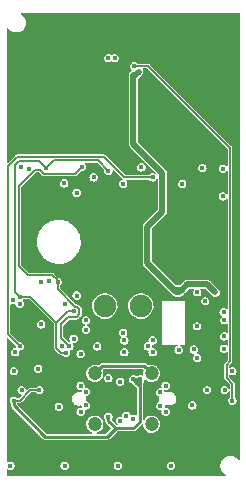
<source format=gbr>
%TF.GenerationSoftware,KiCad,Pcbnew,(6.0.9)*%
%TF.CreationDate,2022-12-23T14:19:27+01:00*%
%TF.ProjectId,Gigaset-Debug-Adapter,47696761-7365-4742-9d44-656275672d41,rev?*%
%TF.SameCoordinates,Original*%
%TF.FileFunction,Copper,L3,Inr*%
%TF.FilePolarity,Positive*%
%FSLAX46Y46*%
G04 Gerber Fmt 4.6, Leading zero omitted, Abs format (unit mm)*
G04 Created by KiCad (PCBNEW (6.0.9)) date 2022-12-23 14:19:27*
%MOMM*%
%LPD*%
G01*
G04 APERTURE LIST*
%TA.AperFunction,ComponentPad*%
%ADD10C,1.900000*%
%TD*%
%TA.AperFunction,ComponentPad*%
%ADD11C,1.200000*%
%TD*%
%TA.AperFunction,ViaPad*%
%ADD12C,0.450000*%
%TD*%
%TA.AperFunction,Conductor*%
%ADD13C,0.254000*%
%TD*%
%TA.AperFunction,Conductor*%
%ADD14C,0.127000*%
%TD*%
%TA.AperFunction,Conductor*%
%ADD15C,0.500000*%
%TD*%
G04 APERTURE END LIST*
D10*
%TO.N,/DECT_TX*%
%TO.C,TP2*%
X82542000Y-67599508D03*
%TD*%
%TO.N,/DECT_RX*%
%TO.C,TP1*%
X79494000Y-67599508D03*
%TD*%
D11*
%TO.N,Net-(C1-Pad2)*%
%TO.C,J1*%
X78650000Y-77589660D03*
X83450000Y-77589660D03*
X83450000Y-73289660D03*
X78650000Y-73289660D03*
%TD*%
D12*
%TO.N,GND*%
X86050000Y-57250000D03*
X79790000Y-46600000D03*
X77450000Y-76550000D03*
X87980000Y-67170000D03*
X71500000Y-81100000D03*
X89570000Y-71200001D03*
X78842000Y-71000000D03*
X76150000Y-67400000D03*
X84200000Y-76040000D03*
X87310000Y-66430000D03*
X90300000Y-73100000D03*
X72450000Y-74700000D03*
X74100000Y-69150000D03*
X84200000Y-74890000D03*
X75600000Y-76100000D03*
X76850000Y-70350000D03*
X77450000Y-71650000D03*
X77900000Y-76000000D03*
X80320000Y-46600000D03*
X86900000Y-76000000D03*
X85750000Y-71300000D03*
X77900000Y-74850000D03*
X85100000Y-81100000D03*
X76050000Y-57200000D03*
X84650000Y-74340000D03*
X74100000Y-65550000D03*
X84650000Y-76540000D03*
X77100000Y-66700000D03*
X77450000Y-74350000D03*
%TO.N,VBUS*%
X83142000Y-71000000D03*
X75500000Y-65550000D03*
X82500000Y-73800000D03*
X87030000Y-71270000D03*
X71800000Y-75600000D03*
X79800000Y-76950000D03*
X76500000Y-71000000D03*
X87310000Y-71990000D03*
X77550000Y-55800000D03*
X87300000Y-69300000D03*
X73950000Y-74700000D03*
X81900000Y-73800000D03*
%TO.N,Net-(J1-PadA5)*%
X89650000Y-74700000D03*
X79800000Y-73700000D03*
%TO.N,/3V_EN*%
X82600000Y-55850000D03*
X89550000Y-68100000D03*
X77100000Y-58000000D03*
%TO.N,Net-(J1-PadB5)*%
X88150000Y-74700000D03*
X81900000Y-77150000D03*
%TO.N,Net-(C10-Pad2)*%
X88860000Y-66440000D03*
X85810000Y-66420000D03*
X82370000Y-47740000D03*
X81910000Y-48050000D03*
%TO.N,+3V0*%
X81980000Y-47280000D03*
X90300000Y-75600000D03*
%TO.N,+3V3*%
X88800000Y-75600000D03*
X73300000Y-75600000D03*
X76500000Y-66550000D03*
X76800000Y-71600000D03*
X73800000Y-56500000D03*
%TO.N,+1V8*%
X79800000Y-56150000D03*
X76850000Y-68050000D03*
X74500000Y-55900000D03*
X89500000Y-58300000D03*
X72300000Y-66800000D03*
X81050000Y-57250000D03*
X76200000Y-71550000D03*
%TO.N,Net-(D2-Pad1)*%
X80600000Y-81100000D03*
X71750000Y-67100000D03*
%TO.N,Net-(D3-Pad1)*%
X76100000Y-81100000D03*
X72300000Y-67400000D03*
%TO.N,Net-(Q1-Pad2)*%
X83550000Y-56700000D03*
X72300000Y-71000000D03*
%TO.N,Net-(Q2-Pad2)*%
X78550000Y-56700000D03*
X89500000Y-55950000D03*
X75900000Y-71000000D03*
%TO.N,Net-(R2-Pad1)*%
X74800000Y-65450000D03*
X71800000Y-73100000D03*
%TO.N,/D+*%
X81300000Y-76879660D03*
X80800000Y-73989660D03*
X83542000Y-71500000D03*
X81142000Y-71500000D03*
X77900000Y-69600000D03*
%TO.N,/D-*%
X77900000Y-68800000D03*
X83542000Y-70500000D03*
X80800000Y-77300000D03*
X81142000Y-70500000D03*
%TO.N,Net-(Q2-Pad3)*%
X72400000Y-55850000D03*
X87750000Y-55900000D03*
X71900000Y-71500000D03*
X73100000Y-55950000D03*
%TO.N,/DECT_TX*%
X73850000Y-72900000D03*
X81050000Y-69850000D03*
%TO.N,Net-(R17-Pad2)*%
X89600000Y-70160000D03*
X89600000Y-68780000D03*
%TD*%
D13*
%TO.N,VBUS*%
X79700000Y-78650000D02*
X80400000Y-77950000D01*
D14*
X72196000Y-64196000D02*
X72950000Y-64950000D01*
D13*
X82225000Y-74075000D02*
X82175000Y-74075000D01*
D14*
X75050000Y-64950000D02*
X72950000Y-64950000D01*
D13*
X81900000Y-77950000D02*
X82450000Y-77400000D01*
D14*
X73567500Y-56082500D02*
X72196000Y-57454000D01*
D13*
X81900000Y-73850000D02*
X82450000Y-74400000D01*
X74450000Y-78650000D02*
X79700000Y-78650000D01*
X82450000Y-77400000D02*
X82450000Y-74400000D01*
D14*
X75500000Y-66140435D02*
X77009565Y-67650000D01*
D13*
X82450000Y-73850000D02*
X82500000Y-73800000D01*
D14*
X74032500Y-56082500D02*
X73567500Y-56082500D01*
X77100000Y-68550000D02*
X77125000Y-68525000D01*
D13*
X81900000Y-73800000D02*
X82500000Y-73800000D01*
X82450000Y-74200000D02*
X82300000Y-74200000D01*
D14*
X75800000Y-69150000D02*
X76400000Y-68550000D01*
X74350000Y-56400000D02*
X74032500Y-56082500D01*
D13*
X82175000Y-74075000D02*
X81900000Y-73800000D01*
X79800000Y-77350000D02*
X80400000Y-77950000D01*
D14*
X72196000Y-57454000D02*
X72196000Y-63346000D01*
X76500000Y-71000000D02*
X75800000Y-70300000D01*
D13*
X79800000Y-76950000D02*
X79800000Y-77350000D01*
X71800000Y-75600000D02*
X71800000Y-76000000D01*
D14*
X73200000Y-74700000D02*
X72300000Y-75600000D01*
X75800000Y-70300000D02*
X75800000Y-69150000D01*
D13*
X82300000Y-74200000D02*
X82175000Y-74075000D01*
X82500000Y-73800000D02*
X82225000Y-74075000D01*
X80400000Y-77950000D02*
X81900000Y-77950000D01*
D14*
X73950000Y-74700000D02*
X73200000Y-74700000D01*
X77350000Y-67850000D02*
X77350000Y-68300000D01*
X77150000Y-67650000D02*
X77350000Y-67850000D01*
X77125000Y-68525000D02*
X77350000Y-68300000D01*
D13*
X71800000Y-76000000D02*
X74450000Y-78650000D01*
D14*
X77550000Y-55800000D02*
X76950000Y-56400000D01*
X77009565Y-67650000D02*
X77150000Y-67650000D01*
D13*
X81900000Y-73800000D02*
X81900000Y-73850000D01*
D14*
X75500000Y-65550000D02*
X75500000Y-66140435D01*
X76400000Y-68550000D02*
X77100000Y-68550000D01*
X72196000Y-63346000D02*
X72196000Y-64196000D01*
D13*
X82450000Y-74400000D02*
X82450000Y-74200000D01*
D14*
X75500000Y-65550000D02*
X75500000Y-65400000D01*
X72300000Y-75600000D02*
X71800000Y-75600000D01*
D13*
X82450000Y-74200000D02*
X82450000Y-73850000D01*
D14*
X75500000Y-65400000D02*
X75050000Y-64950000D01*
X76950000Y-56400000D02*
X74350000Y-56400000D01*
D13*
%TO.N,Net-(C1-Pad2)*%
X79260340Y-72689660D02*
X78700000Y-73250000D01*
X82850000Y-72689660D02*
X79260340Y-72689660D01*
X78700000Y-73250000D02*
X78700000Y-73300000D01*
X83450000Y-73289660D02*
X82850000Y-72689660D01*
D15*
%TO.N,Net-(C10-Pad2)*%
X81910000Y-48050000D02*
X81910000Y-48700000D01*
X83070000Y-60890000D02*
X83070000Y-63940000D01*
X86480000Y-65750000D02*
X86010000Y-66220000D01*
X88860000Y-66440000D02*
X88170000Y-65750000D01*
X81910000Y-48204185D02*
X82372093Y-47742092D01*
X81910000Y-53850000D02*
X84360000Y-56300000D01*
X84360000Y-59600000D02*
X83070000Y-60890000D01*
X83070000Y-63940000D02*
X85360000Y-66230000D01*
X81910000Y-48700000D02*
X81910000Y-53850000D01*
X81910000Y-48700000D02*
X81910000Y-48204185D01*
X86010000Y-66220000D02*
X85370000Y-66220000D01*
X85550000Y-66420000D02*
X85810000Y-66420000D01*
X88170000Y-65750000D02*
X86480000Y-65750000D01*
X84360000Y-56300000D02*
X84360000Y-59600000D01*
X86010000Y-66220000D02*
X85810000Y-66420000D01*
X85370000Y-66220000D02*
X85360000Y-66230000D01*
X85360000Y-66230000D02*
X85550000Y-66420000D01*
D14*
%TO.N,+3V0*%
X89800000Y-73650000D02*
X89800000Y-72550000D01*
X90100000Y-72250000D02*
X90100000Y-54200000D01*
X81980000Y-47280000D02*
X83180000Y-47280000D01*
X83180000Y-47280000D02*
X90100000Y-54200000D01*
X89800000Y-72550000D02*
X90100000Y-72250000D01*
X90300000Y-75600000D02*
X90300000Y-74150000D01*
X90300000Y-74150000D02*
X89800000Y-73650000D01*
%TO.N,+3V3*%
X87400000Y-75600000D02*
X83850000Y-72050000D01*
X77825000Y-71225000D02*
X77775000Y-71175000D01*
X73800000Y-56500000D02*
X72600000Y-57700000D01*
X76800000Y-71600000D02*
X74600000Y-73800000D01*
X77350000Y-71050000D02*
X77225000Y-71175000D01*
X77825000Y-71225000D02*
X77650000Y-71050000D01*
X88800000Y-75600000D02*
X87400000Y-75600000D01*
X76300000Y-65700000D02*
X76300000Y-66350000D01*
X75150000Y-64550000D02*
X76300000Y-65700000D01*
X77475000Y-67575000D02*
X77650000Y-67750000D01*
X77650000Y-68400000D02*
X77350000Y-68700000D01*
X78650000Y-72050000D02*
X77825000Y-71225000D01*
X72600000Y-64050000D02*
X73100000Y-64550000D01*
X73900000Y-75600000D02*
X73300000Y-75600000D01*
X77475000Y-67575000D02*
X77200000Y-67300000D01*
X77109565Y-67300000D02*
X76500000Y-66690435D01*
X77225000Y-71175000D02*
X76800000Y-71600000D01*
X77350000Y-68700000D02*
X77350000Y-71050000D01*
X74600000Y-74900000D02*
X73900000Y-75600000D01*
X76300000Y-66350000D02*
X76500000Y-66550000D01*
X72600000Y-57700000D02*
X72600000Y-64050000D01*
X74600000Y-73800000D02*
X74600000Y-74900000D01*
X77200000Y-67300000D02*
X77109565Y-67300000D01*
X76500000Y-66690435D02*
X76500000Y-66550000D01*
X83850000Y-72050000D02*
X78650000Y-72050000D01*
X77650000Y-67750000D02*
X77650000Y-68400000D01*
X73100000Y-64550000D02*
X75150000Y-64550000D01*
X77650000Y-71050000D02*
X77350000Y-71050000D01*
%TO.N,+1V8*%
X75400000Y-71150000D02*
X75400000Y-69000000D01*
X78900000Y-55250000D02*
X79800000Y-56150000D01*
X73100000Y-66800000D02*
X73200000Y-66800000D01*
X73200000Y-66800000D02*
X75400000Y-69000000D01*
X75800000Y-71550000D02*
X75400000Y-71150000D01*
X74500000Y-55900000D02*
X73950000Y-55350000D01*
X76200000Y-71550000D02*
X75800000Y-71550000D01*
X72200000Y-55350000D02*
X71900000Y-55650000D01*
X73100000Y-66800000D02*
X72300000Y-66800000D01*
X79550000Y-55900000D02*
X79800000Y-56150000D01*
X71900000Y-55650000D02*
X71900000Y-66400000D01*
X76850000Y-68050000D02*
X76350000Y-68050000D01*
X71900000Y-66400000D02*
X72300000Y-66800000D01*
X74500000Y-55900000D02*
X75150000Y-55250000D01*
X75150000Y-55250000D02*
X78900000Y-55250000D01*
X75400000Y-69000000D02*
X76350000Y-68050000D01*
X73950000Y-55350000D02*
X72200000Y-55350000D01*
%TO.N,Net-(Q1-Pad2)*%
X71300000Y-70000000D02*
X71300000Y-55700000D01*
X72300000Y-71000000D02*
X71300000Y-70000000D01*
X81150000Y-56700000D02*
X83550000Y-56700000D01*
X79400000Y-54950000D02*
X81150000Y-56700000D01*
X72050000Y-54950000D02*
X79400000Y-54950000D01*
X71300000Y-55700000D02*
X72050000Y-54950000D01*
%TD*%
%TA.AperFunction,Conductor*%
%TO.N,+3V3*%
G36*
X90881194Y-42768806D02*
G01*
X90899500Y-42813000D01*
X90899500Y-80588591D01*
X90881194Y-80632785D01*
X90837000Y-80651091D01*
X90792806Y-80632785D01*
X90789263Y-80628932D01*
X90732164Y-80561364D01*
X90676106Y-80495029D01*
X90597044Y-80434581D01*
X90535442Y-80387483D01*
X90532758Y-80385431D01*
X90369220Y-80309172D01*
X90365920Y-80308434D01*
X90365919Y-80308434D01*
X90195626Y-80270369D01*
X90195627Y-80270369D01*
X90193121Y-80269809D01*
X90189782Y-80269622D01*
X90188458Y-80269548D01*
X90188447Y-80269548D01*
X90187594Y-80269500D01*
X90054923Y-80269500D01*
X89954129Y-80280450D01*
X89923979Y-80283725D01*
X89923978Y-80283725D01*
X89920611Y-80284091D01*
X89917406Y-80285170D01*
X89917404Y-80285170D01*
X89841834Y-80310602D01*
X89749591Y-80341645D01*
X89594920Y-80434581D01*
X89463813Y-80558563D01*
X89362388Y-80707805D01*
X89295377Y-80875345D01*
X89265906Y-81053367D01*
X89266083Y-81056748D01*
X89266083Y-81056752D01*
X89273907Y-81206048D01*
X89275349Y-81233564D01*
X89323268Y-81407530D01*
X89324846Y-81410523D01*
X89324848Y-81410528D01*
X89341100Y-81441352D01*
X89407424Y-81567148D01*
X89523894Y-81704971D01*
X89526582Y-81707026D01*
X89526583Y-81707027D01*
X89605238Y-81767163D01*
X89667242Y-81814569D01*
X89690440Y-81825387D01*
X89701097Y-81830356D01*
X89733414Y-81865624D01*
X89731327Y-81913414D01*
X89696059Y-81945731D01*
X89674683Y-81949500D01*
X71243000Y-81949500D01*
X71198806Y-81931194D01*
X71180500Y-81887000D01*
X71180500Y-81432727D01*
X71198806Y-81388533D01*
X71243000Y-81370227D01*
X71280346Y-81385696D01*
X71281576Y-81384003D01*
X71285555Y-81386894D01*
X71289033Y-81390372D01*
X71293414Y-81392604D01*
X71293415Y-81392605D01*
X71316302Y-81404266D01*
X71389088Y-81441352D01*
X71500000Y-81458919D01*
X71610912Y-81441352D01*
X71683698Y-81404266D01*
X71706585Y-81392605D01*
X71706586Y-81392604D01*
X71710967Y-81390372D01*
X71790372Y-81310967D01*
X71841352Y-81210912D01*
X71858919Y-81100000D01*
X75741081Y-81100000D01*
X75758648Y-81210912D01*
X75809628Y-81310967D01*
X75889033Y-81390372D01*
X75893414Y-81392604D01*
X75893415Y-81392605D01*
X75916302Y-81404266D01*
X75989088Y-81441352D01*
X76100000Y-81458919D01*
X76210912Y-81441352D01*
X76283698Y-81404266D01*
X76306585Y-81392605D01*
X76306586Y-81392604D01*
X76310967Y-81390372D01*
X76390372Y-81310967D01*
X76441352Y-81210912D01*
X76458919Y-81100000D01*
X80241081Y-81100000D01*
X80258648Y-81210912D01*
X80309628Y-81310967D01*
X80389033Y-81390372D01*
X80393414Y-81392604D01*
X80393415Y-81392605D01*
X80416302Y-81404266D01*
X80489088Y-81441352D01*
X80600000Y-81458919D01*
X80710912Y-81441352D01*
X80783698Y-81404266D01*
X80806585Y-81392605D01*
X80806586Y-81392604D01*
X80810967Y-81390372D01*
X80890372Y-81310967D01*
X80941352Y-81210912D01*
X80958919Y-81100000D01*
X84741081Y-81100000D01*
X84758648Y-81210912D01*
X84809628Y-81310967D01*
X84889033Y-81390372D01*
X84893414Y-81392604D01*
X84893415Y-81392605D01*
X84916302Y-81404266D01*
X84989088Y-81441352D01*
X85100000Y-81458919D01*
X85210912Y-81441352D01*
X85283698Y-81404266D01*
X85306585Y-81392605D01*
X85306586Y-81392604D01*
X85310967Y-81390372D01*
X85390372Y-81310967D01*
X85441352Y-81210912D01*
X85458919Y-81100000D01*
X85441352Y-80989088D01*
X85390372Y-80889033D01*
X85310967Y-80809628D01*
X85306586Y-80807396D01*
X85306585Y-80807395D01*
X85257667Y-80782470D01*
X85210912Y-80758648D01*
X85100000Y-80741081D01*
X84989088Y-80758648D01*
X84942333Y-80782470D01*
X84893415Y-80807395D01*
X84893414Y-80807396D01*
X84889033Y-80809628D01*
X84809628Y-80889033D01*
X84758648Y-80989088D01*
X84741081Y-81100000D01*
X80958919Y-81100000D01*
X80941352Y-80989088D01*
X80890372Y-80889033D01*
X80810967Y-80809628D01*
X80806586Y-80807396D01*
X80806585Y-80807395D01*
X80757667Y-80782470D01*
X80710912Y-80758648D01*
X80600000Y-80741081D01*
X80489088Y-80758648D01*
X80442333Y-80782470D01*
X80393415Y-80807395D01*
X80393414Y-80807396D01*
X80389033Y-80809628D01*
X80309628Y-80889033D01*
X80258648Y-80989088D01*
X80241081Y-81100000D01*
X76458919Y-81100000D01*
X76441352Y-80989088D01*
X76390372Y-80889033D01*
X76310967Y-80809628D01*
X76306586Y-80807396D01*
X76306585Y-80807395D01*
X76257667Y-80782470D01*
X76210912Y-80758648D01*
X76100000Y-80741081D01*
X75989088Y-80758648D01*
X75942333Y-80782470D01*
X75893415Y-80807395D01*
X75893414Y-80807396D01*
X75889033Y-80809628D01*
X75809628Y-80889033D01*
X75758648Y-80989088D01*
X75741081Y-81100000D01*
X71858919Y-81100000D01*
X71841352Y-80989088D01*
X71790372Y-80889033D01*
X71710967Y-80809628D01*
X71706586Y-80807396D01*
X71706585Y-80807395D01*
X71657667Y-80782470D01*
X71610912Y-80758648D01*
X71500000Y-80741081D01*
X71389088Y-80758648D01*
X71342333Y-80782470D01*
X71293415Y-80807395D01*
X71293414Y-80807396D01*
X71289033Y-80809628D01*
X71285555Y-80813106D01*
X71281576Y-80815997D01*
X71280346Y-80814304D01*
X71243000Y-80829773D01*
X71198806Y-80811467D01*
X71180500Y-80767273D01*
X71180500Y-75600000D01*
X71441081Y-75600000D01*
X71458648Y-75710912D01*
X71470632Y-75734432D01*
X71499650Y-75791383D01*
X71509628Y-75810967D01*
X71527194Y-75828533D01*
X71545500Y-75872727D01*
X71545500Y-75968778D01*
X71544299Y-75980971D01*
X71540514Y-76000000D01*
X71560266Y-76099301D01*
X71602316Y-76162234D01*
X71602319Y-76162237D01*
X71616516Y-76183484D01*
X71621633Y-76186903D01*
X71621634Y-76186904D01*
X71632647Y-76194263D01*
X71642117Y-76202035D01*
X74247965Y-78807883D01*
X74255737Y-78817353D01*
X74266516Y-78833484D01*
X74271633Y-78836903D01*
X74287761Y-78847680D01*
X74287764Y-78847682D01*
X74287766Y-78847684D01*
X74350699Y-78889734D01*
X74450000Y-78909486D01*
X74469029Y-78905701D01*
X74481222Y-78904500D01*
X79668778Y-78904500D01*
X79680971Y-78905701D01*
X79700000Y-78909486D01*
X79799301Y-78889734D01*
X79862234Y-78847684D01*
X79862236Y-78847682D01*
X79862239Y-78847680D01*
X79878367Y-78836903D01*
X79883484Y-78833484D01*
X79894263Y-78817353D01*
X79902035Y-78807883D01*
X80487111Y-78222806D01*
X80531305Y-78204500D01*
X81868778Y-78204500D01*
X81880971Y-78205701D01*
X81900000Y-78209486D01*
X81999301Y-78189734D01*
X82062234Y-78147684D01*
X82062236Y-78147682D01*
X82062239Y-78147680D01*
X82078367Y-78136903D01*
X82083484Y-78133484D01*
X82094263Y-78117353D01*
X82102035Y-78107883D01*
X82607880Y-77602037D01*
X82617351Y-77594264D01*
X82626401Y-77588217D01*
X82673317Y-77578885D01*
X82713091Y-77605461D01*
X82723326Y-77634085D01*
X82733895Y-77741873D01*
X82734997Y-77745185D01*
X82734997Y-77745186D01*
X82744913Y-77774993D01*
X82785413Y-77896742D01*
X82787223Y-77899731D01*
X82787225Y-77899735D01*
X82803866Y-77927212D01*
X82869962Y-78036349D01*
X82983340Y-78153755D01*
X83119911Y-78243125D01*
X83272888Y-78300016D01*
X83276343Y-78300477D01*
X83276347Y-78300478D01*
X83366518Y-78312509D01*
X83434668Y-78321602D01*
X83438141Y-78321286D01*
X83438144Y-78321286D01*
X83515939Y-78314206D01*
X83597210Y-78306810D01*
X83752435Y-78256374D01*
X83831091Y-78209486D01*
X83889627Y-78174592D01*
X83889630Y-78174590D01*
X83892629Y-78172802D01*
X83956228Y-78112237D01*
X84008294Y-78062656D01*
X84008297Y-78062653D01*
X84010823Y-78060247D01*
X84101144Y-77924303D01*
X84159103Y-77771727D01*
X84181818Y-77610102D01*
X84182103Y-77589660D01*
X84181410Y-77583484D01*
X84164300Y-77430937D01*
X84164299Y-77430933D01*
X84163910Y-77427464D01*
X84110234Y-77273329D01*
X84023744Y-77134916D01*
X83908739Y-77019104D01*
X83850750Y-76982303D01*
X83773879Y-76933519D01*
X83773875Y-76933517D01*
X83770933Y-76931650D01*
X83617176Y-76876900D01*
X83540720Y-76867783D01*
X83458578Y-76857988D01*
X83458574Y-76857988D01*
X83455111Y-76857575D01*
X83362278Y-76867332D01*
X83296262Y-76874270D01*
X83296259Y-76874271D01*
X83292792Y-76874635D01*
X83289491Y-76875759D01*
X83289490Y-76875759D01*
X83282693Y-76878073D01*
X83138286Y-76927233D01*
X82999272Y-77012755D01*
X82996780Y-77015196D01*
X82996778Y-77015197D01*
X82990254Y-77021586D01*
X82882661Y-77126949D01*
X82819534Y-77224904D01*
X82780208Y-77252133D01*
X82733143Y-77243581D01*
X82705912Y-77204253D01*
X82704500Y-77191045D01*
X82704500Y-76040000D01*
X83841081Y-76040000D01*
X83858648Y-76150912D01*
X83909628Y-76250967D01*
X83989033Y-76330372D01*
X83993414Y-76332604D01*
X83993415Y-76332605D01*
X84036458Y-76354536D01*
X84089088Y-76381352D01*
X84200000Y-76398919D01*
X84231383Y-76393948D01*
X84277895Y-76405116D01*
X84302889Y-76445902D01*
X84302888Y-76465455D01*
X84291081Y-76540000D01*
X84308648Y-76650912D01*
X84359628Y-76750967D01*
X84439033Y-76830372D01*
X84443414Y-76832604D01*
X84443415Y-76832605D01*
X84492333Y-76857530D01*
X84539088Y-76881352D01*
X84650000Y-76898919D01*
X84760912Y-76881352D01*
X84807667Y-76857530D01*
X84856585Y-76832605D01*
X84856586Y-76832604D01*
X84860967Y-76830372D01*
X84940372Y-76750967D01*
X84991352Y-76650912D01*
X85008919Y-76540000D01*
X84991352Y-76429088D01*
X84940372Y-76329033D01*
X84860967Y-76249628D01*
X84856586Y-76247396D01*
X84856585Y-76247395D01*
X84790705Y-76213828D01*
X84760912Y-76198648D01*
X84650000Y-76181081D01*
X84618617Y-76186052D01*
X84572105Y-76174884D01*
X84547111Y-76134098D01*
X84547112Y-76114544D01*
X84549527Y-76099301D01*
X84558919Y-76040000D01*
X84560785Y-76040296D01*
X84576455Y-76002466D01*
X84582408Y-76000000D01*
X86541081Y-76000000D01*
X86541851Y-76004862D01*
X86542525Y-76009116D01*
X86558648Y-76110912D01*
X86579029Y-76150912D01*
X86607122Y-76206048D01*
X86609628Y-76210967D01*
X86689033Y-76290372D01*
X86693414Y-76292604D01*
X86693415Y-76292605D01*
X86720853Y-76306585D01*
X86789088Y-76341352D01*
X86900000Y-76358919D01*
X87010912Y-76341352D01*
X87079147Y-76306585D01*
X87106585Y-76292605D01*
X87106586Y-76292604D01*
X87110967Y-76290372D01*
X87190372Y-76210967D01*
X87192879Y-76206048D01*
X87220971Y-76150912D01*
X87241352Y-76110912D01*
X87257475Y-76009116D01*
X87258149Y-76004862D01*
X87258919Y-76000000D01*
X87241352Y-75889088D01*
X87190372Y-75789033D01*
X87110967Y-75709628D01*
X87106586Y-75707396D01*
X87106585Y-75707395D01*
X87015298Y-75660883D01*
X87015299Y-75660883D01*
X87010912Y-75658648D01*
X86900000Y-75641081D01*
X86789088Y-75658648D01*
X86784701Y-75660883D01*
X86784702Y-75660883D01*
X86693415Y-75707395D01*
X86693414Y-75707396D01*
X86689033Y-75709628D01*
X86609628Y-75789033D01*
X86558648Y-75889088D01*
X86541081Y-76000000D01*
X84582408Y-76000000D01*
X84620649Y-75984160D01*
X85047369Y-75984160D01*
X85157803Y-75969032D01*
X85221768Y-75941352D01*
X85290806Y-75911477D01*
X85290809Y-75911475D01*
X85294717Y-75909784D01*
X85357401Y-75859024D01*
X85407347Y-75818579D01*
X85407348Y-75818578D01*
X85410655Y-75815900D01*
X85415113Y-75809628D01*
X85494606Y-75697769D01*
X85494606Y-75697768D01*
X85497074Y-75694296D01*
X85513135Y-75649687D01*
X85532452Y-75596031D01*
X85547609Y-75553932D01*
X85552013Y-75493952D01*
X85558222Y-75409401D01*
X85558222Y-75409399D01*
X85558534Y-75405149D01*
X85542451Y-75325388D01*
X85529889Y-75263083D01*
X85529888Y-75263080D01*
X85529047Y-75258909D01*
X85461319Y-75125985D01*
X85360340Y-75016171D01*
X85322332Y-74992605D01*
X85237175Y-74939805D01*
X85237172Y-74939803D01*
X85233550Y-74937558D01*
X85228752Y-74936164D01*
X85093437Y-74896851D01*
X85093434Y-74896851D01*
X85090290Y-74895937D01*
X85087024Y-74895697D01*
X85087023Y-74895697D01*
X85080857Y-74895244D01*
X85080849Y-74895244D01*
X85079709Y-74895160D01*
X84613116Y-74895160D01*
X84568922Y-74876854D01*
X84551386Y-74842438D01*
X84546560Y-74811972D01*
X84541352Y-74779088D01*
X84539120Y-74774706D01*
X84538659Y-74773289D01*
X84542413Y-74725602D01*
X84572390Y-74700000D01*
X87791081Y-74700000D01*
X87808648Y-74810912D01*
X87815855Y-74825056D01*
X87857395Y-74906584D01*
X87859628Y-74910967D01*
X87939033Y-74990372D01*
X87943414Y-74992604D01*
X87943415Y-74992605D01*
X87959719Y-75000912D01*
X88039088Y-75041352D01*
X88150000Y-75058919D01*
X88260912Y-75041352D01*
X88340281Y-75000912D01*
X88356585Y-74992605D01*
X88356586Y-74992604D01*
X88360967Y-74990372D01*
X88440372Y-74910967D01*
X88442606Y-74906584D01*
X88484145Y-74825056D01*
X88491352Y-74810912D01*
X88508919Y-74700000D01*
X88491352Y-74589088D01*
X88457917Y-74523468D01*
X88442605Y-74493415D01*
X88442604Y-74493414D01*
X88440372Y-74489033D01*
X88360967Y-74409628D01*
X88356586Y-74407396D01*
X88356585Y-74407395D01*
X88265298Y-74360883D01*
X88265299Y-74360883D01*
X88260912Y-74358648D01*
X88150000Y-74341081D01*
X88039088Y-74358648D01*
X88034701Y-74360883D01*
X88034702Y-74360883D01*
X87943415Y-74407395D01*
X87943414Y-74407396D01*
X87939033Y-74409628D01*
X87859628Y-74489033D01*
X87857396Y-74493414D01*
X87857395Y-74493415D01*
X87842083Y-74523468D01*
X87808648Y-74589088D01*
X87791081Y-74700000D01*
X84572390Y-74700000D01*
X84578788Y-74694536D01*
X84607876Y-74692247D01*
X84650000Y-74698919D01*
X84760912Y-74681352D01*
X84807667Y-74657530D01*
X84856585Y-74632605D01*
X84856586Y-74632604D01*
X84860967Y-74630372D01*
X84940372Y-74550967D01*
X84943034Y-74545744D01*
X84989117Y-74455298D01*
X84991352Y-74450912D01*
X85008919Y-74340000D01*
X84991352Y-74229088D01*
X84950709Y-74149321D01*
X84942605Y-74133415D01*
X84942604Y-74133414D01*
X84940372Y-74129033D01*
X84860967Y-74049628D01*
X84856586Y-74047396D01*
X84856585Y-74047395D01*
X84805342Y-74021286D01*
X84760912Y-73998648D01*
X84650000Y-73981081D01*
X84539088Y-73998648D01*
X84494658Y-74021286D01*
X84443415Y-74047395D01*
X84443414Y-74047396D01*
X84439033Y-74049628D01*
X84359628Y-74129033D01*
X84357396Y-74133414D01*
X84357395Y-74133415D01*
X84349291Y-74149321D01*
X84308648Y-74229088D01*
X84291081Y-74340000D01*
X84308648Y-74450912D01*
X84310881Y-74455294D01*
X84311341Y-74456711D01*
X84307587Y-74504398D01*
X84271212Y-74535464D01*
X84242124Y-74537753D01*
X84200000Y-74531081D01*
X84089088Y-74548648D01*
X84060712Y-74563106D01*
X83993415Y-74597395D01*
X83993414Y-74597396D01*
X83989033Y-74599628D01*
X83909628Y-74679033D01*
X83907396Y-74683414D01*
X83907395Y-74683415D01*
X83894793Y-74708149D01*
X83858648Y-74779088D01*
X83841081Y-74890000D01*
X83858648Y-75000912D01*
X83909628Y-75100967D01*
X83989033Y-75180372D01*
X83993414Y-75182604D01*
X83993415Y-75182605D01*
X84006196Y-75189117D01*
X84037592Y-75205114D01*
X84068658Y-75241487D01*
X84068022Y-75281972D01*
X84052391Y-75325388D01*
X84052079Y-75329635D01*
X84052079Y-75329636D01*
X84044299Y-75435596D01*
X84041466Y-75474171D01*
X84044474Y-75489088D01*
X84067818Y-75604862D01*
X84070953Y-75620411D01*
X84072887Y-75624206D01*
X84077964Y-75634171D01*
X84081717Y-75681859D01*
X84050650Y-75718233D01*
X83993415Y-75747395D01*
X83993414Y-75747396D01*
X83989033Y-75749628D01*
X83909628Y-75829033D01*
X83907396Y-75833414D01*
X83907395Y-75833415D01*
X83895617Y-75856531D01*
X83858648Y-75929088D01*
X83841081Y-76040000D01*
X82704500Y-76040000D01*
X82704500Y-74431217D01*
X82705701Y-74419025D01*
X82708284Y-74406038D01*
X82709485Y-74400000D01*
X82705701Y-74380975D01*
X82704500Y-74368783D01*
X82704500Y-74231222D01*
X82705701Y-74219029D01*
X82708285Y-74206038D01*
X82709486Y-74200000D01*
X82705701Y-74180971D01*
X82704500Y-74168778D01*
X82704500Y-74122727D01*
X82722806Y-74078533D01*
X82790372Y-74010967D01*
X82795717Y-74000478D01*
X82839117Y-73915298D01*
X82841352Y-73910912D01*
X82849526Y-73859305D01*
X82874520Y-73818518D01*
X82921033Y-73807352D01*
X82956214Y-73825666D01*
X82983340Y-73853755D01*
X83119911Y-73943125D01*
X83272888Y-74000016D01*
X83276343Y-74000477D01*
X83276347Y-74000478D01*
X83354962Y-74010967D01*
X83434668Y-74021602D01*
X83438141Y-74021286D01*
X83438144Y-74021286D01*
X83515939Y-74014206D01*
X83597210Y-74006810D01*
X83752435Y-73956374D01*
X83836858Y-73906048D01*
X83889627Y-73874592D01*
X83889630Y-73874590D01*
X83892629Y-73872802D01*
X83965814Y-73803109D01*
X84008294Y-73762656D01*
X84008297Y-73762653D01*
X84010823Y-73760247D01*
X84101144Y-73624303D01*
X84159103Y-73471727D01*
X84181818Y-73310102D01*
X84182103Y-73289660D01*
X84181884Y-73287707D01*
X84164300Y-73130937D01*
X84164299Y-73130933D01*
X84163910Y-73127464D01*
X84110234Y-72973329D01*
X84023744Y-72834916D01*
X83908739Y-72719104D01*
X83883287Y-72702952D01*
X83773879Y-72633519D01*
X83773875Y-72633517D01*
X83770933Y-72631650D01*
X83617176Y-72576900D01*
X83540720Y-72567783D01*
X83458578Y-72557988D01*
X83458574Y-72557988D01*
X83455111Y-72557575D01*
X83323882Y-72571367D01*
X83296264Y-72574270D01*
X83296263Y-72574270D01*
X83292792Y-72574635D01*
X83289488Y-72575760D01*
X83289487Y-72575760D01*
X83181979Y-72612358D01*
X83134244Y-72609270D01*
X83117644Y-72597386D01*
X83052035Y-72531777D01*
X83044263Y-72522307D01*
X83036904Y-72511294D01*
X83036903Y-72511293D01*
X83033484Y-72506176D01*
X83024119Y-72499918D01*
X83012239Y-72491980D01*
X83012236Y-72491978D01*
X83012234Y-72491976D01*
X82949301Y-72449926D01*
X82850000Y-72430174D01*
X82843962Y-72431375D01*
X82830971Y-72433959D01*
X82818778Y-72435160D01*
X79291557Y-72435160D01*
X79279365Y-72433959D01*
X79266378Y-72431376D01*
X79260340Y-72430175D01*
X79254302Y-72431376D01*
X79235282Y-72435159D01*
X79235274Y-72435160D01*
X79235271Y-72435160D01*
X79235266Y-72435161D01*
X79167075Y-72448725D01*
X79167073Y-72448726D01*
X79161039Y-72449926D01*
X79155925Y-72453343D01*
X79155923Y-72453344D01*
X79098108Y-72491976D01*
X79081973Y-72502757D01*
X79076856Y-72506176D01*
X79073437Y-72511293D01*
X79073436Y-72511294D01*
X79066075Y-72522310D01*
X79058303Y-72531780D01*
X78989654Y-72600429D01*
X78945460Y-72618735D01*
X78924494Y-72615114D01*
X78841476Y-72585553D01*
X78817176Y-72576900D01*
X78740720Y-72567783D01*
X78658578Y-72557988D01*
X78658574Y-72557988D01*
X78655111Y-72557575D01*
X78562278Y-72567332D01*
X78496262Y-72574270D01*
X78496259Y-72574271D01*
X78492792Y-72574635D01*
X78489491Y-72575759D01*
X78489490Y-72575759D01*
X78482693Y-72578073D01*
X78338286Y-72627233D01*
X78199272Y-72712755D01*
X78196780Y-72715196D01*
X78196778Y-72715197D01*
X78190254Y-72721586D01*
X78082661Y-72826949D01*
X78080771Y-72829882D01*
X78080770Y-72829883D01*
X78019089Y-72925593D01*
X77994247Y-72964141D01*
X77993053Y-72967422D01*
X77946568Y-73095138D01*
X77938424Y-73117512D01*
X77937167Y-73127464D01*
X77918604Y-73274407D01*
X77917968Y-73279438D01*
X77918309Y-73282915D01*
X77930954Y-73411874D01*
X77933895Y-73441873D01*
X77934997Y-73445185D01*
X77934997Y-73445186D01*
X77982849Y-73589033D01*
X77985413Y-73596742D01*
X77987223Y-73599731D01*
X77987225Y-73599735D01*
X78028586Y-73668029D01*
X78069962Y-73736349D01*
X78183340Y-73853755D01*
X78319911Y-73943125D01*
X78472888Y-74000016D01*
X78476343Y-74000477D01*
X78476347Y-74000478D01*
X78554962Y-74010967D01*
X78634668Y-74021602D01*
X78638141Y-74021286D01*
X78638144Y-74021286D01*
X78715939Y-74014206D01*
X78797210Y-74006810D01*
X78952435Y-73956374D01*
X79036858Y-73906048D01*
X79089627Y-73874592D01*
X79089630Y-73874590D01*
X79092629Y-73872802D01*
X79165814Y-73803109D01*
X79208294Y-73762656D01*
X79208297Y-73762653D01*
X79210823Y-73760247D01*
X79250851Y-73700000D01*
X79441081Y-73700000D01*
X79458648Y-73810912D01*
X79479197Y-73851243D01*
X79507122Y-73906048D01*
X79509628Y-73910967D01*
X79589033Y-73990372D01*
X79593414Y-73992604D01*
X79593415Y-73992605D01*
X79629453Y-74010967D01*
X79689088Y-74041352D01*
X79800000Y-74058919D01*
X79910912Y-74041352D01*
X79970547Y-74010967D01*
X80006585Y-73992605D01*
X80006586Y-73992604D01*
X80010967Y-73990372D01*
X80011679Y-73989660D01*
X80441081Y-73989660D01*
X80458648Y-74100572D01*
X80475382Y-74133415D01*
X80500433Y-74182580D01*
X80509628Y-74200627D01*
X80589033Y-74280032D01*
X80593414Y-74282264D01*
X80593415Y-74282265D01*
X80642333Y-74307190D01*
X80689088Y-74331012D01*
X80800000Y-74348579D01*
X80910912Y-74331012D01*
X80957667Y-74307190D01*
X81006585Y-74282265D01*
X81006586Y-74282264D01*
X81010967Y-74280032D01*
X81090372Y-74200627D01*
X81099568Y-74182580D01*
X81124618Y-74133415D01*
X81141352Y-74100572D01*
X81158919Y-73989660D01*
X81141352Y-73878748D01*
X81103706Y-73804862D01*
X81092605Y-73783075D01*
X81092604Y-73783074D01*
X81090372Y-73778693D01*
X81010967Y-73699288D01*
X81006586Y-73697056D01*
X81006585Y-73697055D01*
X80949617Y-73668029D01*
X80910912Y-73648308D01*
X80800000Y-73630741D01*
X80689088Y-73648308D01*
X80650383Y-73668029D01*
X80593415Y-73697055D01*
X80593414Y-73697056D01*
X80589033Y-73699288D01*
X80509628Y-73778693D01*
X80507396Y-73783074D01*
X80507395Y-73783075D01*
X80496294Y-73804862D01*
X80458648Y-73878748D01*
X80441081Y-73989660D01*
X80011679Y-73989660D01*
X80090372Y-73910967D01*
X80092879Y-73906048D01*
X80120803Y-73851243D01*
X80141352Y-73810912D01*
X80158919Y-73700000D01*
X80141352Y-73589088D01*
X80090372Y-73489033D01*
X80010967Y-73409628D01*
X80006586Y-73407396D01*
X80006585Y-73407395D01*
X79915298Y-73360883D01*
X79915299Y-73360883D01*
X79910912Y-73358648D01*
X79800000Y-73341081D01*
X79689088Y-73358648D01*
X79684701Y-73360883D01*
X79684702Y-73360883D01*
X79593415Y-73407395D01*
X79593414Y-73407396D01*
X79589033Y-73409628D01*
X79509628Y-73489033D01*
X79458648Y-73589088D01*
X79441081Y-73700000D01*
X79250851Y-73700000D01*
X79301144Y-73624303D01*
X79359103Y-73471727D01*
X79381818Y-73310102D01*
X79382103Y-73289660D01*
X79381884Y-73287707D01*
X79364300Y-73130937D01*
X79364299Y-73130933D01*
X79363910Y-73127464D01*
X79329934Y-73029900D01*
X79332688Y-72982145D01*
X79344764Y-72965153D01*
X79347451Y-72962466D01*
X79391645Y-72944160D01*
X82712260Y-72944160D01*
X82756454Y-72962466D01*
X82774760Y-73006660D01*
X82770991Y-73028036D01*
X82746568Y-73095138D01*
X82738424Y-73117512D01*
X82737167Y-73127464D01*
X82718604Y-73274407D01*
X82717968Y-73279438D01*
X82730734Y-73409628D01*
X82730954Y-73411874D01*
X82717048Y-73457643D01*
X82674851Y-73480175D01*
X82640379Y-73473661D01*
X82615301Y-73460884D01*
X82615298Y-73460883D01*
X82610912Y-73458648D01*
X82506573Y-73442122D01*
X82504862Y-73441851D01*
X82500000Y-73441081D01*
X82495138Y-73441851D01*
X82493427Y-73442122D01*
X82389088Y-73458648D01*
X82363419Y-73471727D01*
X82293415Y-73507395D01*
X82293414Y-73507396D01*
X82289033Y-73509628D01*
X82271467Y-73527194D01*
X82227273Y-73545500D01*
X82172727Y-73545500D01*
X82128533Y-73527194D01*
X82110967Y-73509628D01*
X82106586Y-73507396D01*
X82106585Y-73507395D01*
X82036581Y-73471727D01*
X82010912Y-73458648D01*
X81906573Y-73442122D01*
X81904862Y-73441851D01*
X81900000Y-73441081D01*
X81895138Y-73441851D01*
X81893427Y-73442122D01*
X81789088Y-73458648D01*
X81763419Y-73471727D01*
X81693415Y-73507395D01*
X81693414Y-73507396D01*
X81689033Y-73509628D01*
X81609628Y-73589033D01*
X81607396Y-73593414D01*
X81607395Y-73593415D01*
X81596852Y-73614107D01*
X81558648Y-73689088D01*
X81541081Y-73800000D01*
X81558648Y-73910912D01*
X81560883Y-73915298D01*
X81604284Y-74000478D01*
X81609628Y-74010967D01*
X81689033Y-74090372D01*
X81693414Y-74092604D01*
X81693415Y-74092605D01*
X81784703Y-74139118D01*
X81789088Y-74141352D01*
X81793944Y-74142121D01*
X81793947Y-74142122D01*
X81810500Y-74144743D01*
X81819347Y-74146144D01*
X81853764Y-74163681D01*
X82177194Y-74487111D01*
X82195500Y-74531305D01*
X82195500Y-76800709D01*
X82177194Y-76844903D01*
X82133000Y-76863209D01*
X82104626Y-76856397D01*
X82070655Y-76839088D01*
X82010912Y-76808648D01*
X81900000Y-76791081D01*
X81789088Y-76808648D01*
X81734878Y-76836269D01*
X81687192Y-76840022D01*
X81650817Y-76808956D01*
X81644775Y-76790359D01*
X81642122Y-76773611D01*
X81641352Y-76768748D01*
X81590372Y-76668693D01*
X81510967Y-76589288D01*
X81506586Y-76587056D01*
X81506585Y-76587055D01*
X81433859Y-76550000D01*
X81410912Y-76538308D01*
X81300000Y-76520741D01*
X81189088Y-76538308D01*
X81166141Y-76550000D01*
X81093415Y-76587055D01*
X81093414Y-76587056D01*
X81089033Y-76589288D01*
X81009628Y-76668693D01*
X80958648Y-76768748D01*
X80941081Y-76879660D01*
X80941850Y-76884517D01*
X80941850Y-76889440D01*
X80939108Y-76889440D01*
X80930082Y-76927109D01*
X80889306Y-76952120D01*
X80869728Y-76952125D01*
X80800000Y-76941081D01*
X80689088Y-76958648D01*
X80684701Y-76960883D01*
X80684702Y-76960883D01*
X80593415Y-77007395D01*
X80593414Y-77007396D01*
X80589033Y-77009628D01*
X80509628Y-77089033D01*
X80458648Y-77189088D01*
X80441081Y-77300000D01*
X80458648Y-77410912D01*
X80474796Y-77442605D01*
X80500802Y-77493644D01*
X80509628Y-77510967D01*
X80587467Y-77588806D01*
X80605773Y-77633000D01*
X80587467Y-77677194D01*
X80543273Y-77695500D01*
X80531306Y-77695500D01*
X80487112Y-77677194D01*
X80074823Y-77264905D01*
X80056517Y-77220711D01*
X80074821Y-77176518D01*
X80090372Y-77160967D01*
X80102064Y-77138021D01*
X80139117Y-77065298D01*
X80141352Y-77060912D01*
X80158919Y-76950000D01*
X80141352Y-76839088D01*
X80107990Y-76773611D01*
X80092605Y-76743415D01*
X80092604Y-76743414D01*
X80090372Y-76739033D01*
X80010967Y-76659628D01*
X80006586Y-76657396D01*
X80006585Y-76657395D01*
X79915298Y-76610883D01*
X79915299Y-76610883D01*
X79910912Y-76608648D01*
X79800000Y-76591081D01*
X79689088Y-76608648D01*
X79684701Y-76610883D01*
X79684702Y-76610883D01*
X79593415Y-76657395D01*
X79593414Y-76657396D01*
X79589033Y-76659628D01*
X79509628Y-76739033D01*
X79507396Y-76743414D01*
X79507395Y-76743415D01*
X79492010Y-76773611D01*
X79458648Y-76839088D01*
X79441081Y-76950000D01*
X79458648Y-77060912D01*
X79460883Y-77065298D01*
X79497937Y-77138021D01*
X79509628Y-77160967D01*
X79527194Y-77178533D01*
X79545500Y-77222727D01*
X79545500Y-77318778D01*
X79544299Y-77330971D01*
X79540514Y-77350000D01*
X79545500Y-77375067D01*
X79552630Y-77410912D01*
X79560266Y-77449301D01*
X79602316Y-77512234D01*
X79602319Y-77512237D01*
X79616516Y-77533484D01*
X79621633Y-77536903D01*
X79621634Y-77536904D01*
X79632647Y-77544263D01*
X79642117Y-77552035D01*
X79995888Y-77905806D01*
X80014194Y-77950000D01*
X79995888Y-77994194D01*
X79612888Y-78377194D01*
X79568694Y-78395500D01*
X78918859Y-78395500D01*
X78874665Y-78377194D01*
X78856359Y-78333000D01*
X78874665Y-78288806D01*
X78899545Y-78273559D01*
X78949111Y-78257454D01*
X78952435Y-78256374D01*
X79031091Y-78209486D01*
X79089627Y-78174592D01*
X79089630Y-78174590D01*
X79092629Y-78172802D01*
X79156228Y-78112237D01*
X79208294Y-78062656D01*
X79208297Y-78062653D01*
X79210823Y-78060247D01*
X79301144Y-77924303D01*
X79359103Y-77771727D01*
X79381818Y-77610102D01*
X79382103Y-77589660D01*
X79381410Y-77583484D01*
X79364300Y-77430937D01*
X79364299Y-77430933D01*
X79363910Y-77427464D01*
X79310234Y-77273329D01*
X79223744Y-77134916D01*
X79108739Y-77019104D01*
X79050750Y-76982303D01*
X78973879Y-76933519D01*
X78973875Y-76933517D01*
X78970933Y-76931650D01*
X78817176Y-76876900D01*
X78740720Y-76867783D01*
X78658578Y-76857988D01*
X78658574Y-76857988D01*
X78655111Y-76857575D01*
X78562278Y-76867332D01*
X78496262Y-76874270D01*
X78496259Y-76874271D01*
X78492792Y-76874635D01*
X78489491Y-76875759D01*
X78489490Y-76875759D01*
X78482693Y-76878073D01*
X78338286Y-76927233D01*
X78199272Y-77012755D01*
X78196780Y-77015196D01*
X78196778Y-77015197D01*
X78190254Y-77021586D01*
X78082661Y-77126949D01*
X78080771Y-77129882D01*
X78080770Y-77129883D01*
X78001716Y-77252551D01*
X77994247Y-77264141D01*
X77993053Y-77267422D01*
X77942597Y-77406048D01*
X77938424Y-77417512D01*
X77917968Y-77579438D01*
X77933895Y-77741873D01*
X77934997Y-77745185D01*
X77934997Y-77745186D01*
X77944913Y-77774993D01*
X77985413Y-77896742D01*
X77987223Y-77899731D01*
X77987225Y-77899735D01*
X78003866Y-77927212D01*
X78069962Y-78036349D01*
X78183340Y-78153755D01*
X78319911Y-78243125D01*
X78323178Y-78244340D01*
X78323184Y-78244343D01*
X78404061Y-78274420D01*
X78439103Y-78306982D01*
X78440856Y-78354785D01*
X78408294Y-78389827D01*
X78382276Y-78395500D01*
X74581306Y-78395500D01*
X74537112Y-78377194D01*
X72259918Y-76100000D01*
X75241081Y-76100000D01*
X75258648Y-76210912D01*
X75309628Y-76310967D01*
X75389033Y-76390372D01*
X75393414Y-76392604D01*
X75393415Y-76392605D01*
X75417970Y-76405116D01*
X75489088Y-76441352D01*
X75600000Y-76458919D01*
X75710912Y-76441352D01*
X75782030Y-76405116D01*
X75806585Y-76392605D01*
X75806586Y-76392604D01*
X75810967Y-76390372D01*
X75890372Y-76310967D01*
X75941352Y-76210912D01*
X75958919Y-76100000D01*
X75941352Y-75989088D01*
X75899578Y-75907101D01*
X75892605Y-75893415D01*
X75892604Y-75893414D01*
X75890372Y-75889033D01*
X75810967Y-75809628D01*
X75806586Y-75807396D01*
X75806585Y-75807395D01*
X75746012Y-75776532D01*
X75710912Y-75758648D01*
X75600000Y-75741081D01*
X75489088Y-75758648D01*
X75453988Y-75776532D01*
X75393415Y-75807395D01*
X75393414Y-75807396D01*
X75389033Y-75809628D01*
X75309628Y-75889033D01*
X75307396Y-75893414D01*
X75307395Y-75893415D01*
X75300422Y-75907101D01*
X75258648Y-75989088D01*
X75241081Y-76100000D01*
X72259918Y-76100000D01*
X72074823Y-75914905D01*
X72056517Y-75870711D01*
X72074821Y-75826518D01*
X72075784Y-75825555D01*
X72090371Y-75810969D01*
X72092002Y-75812600D01*
X72126001Y-75791769D01*
X72135773Y-75791000D01*
X72256768Y-75791000D01*
X72264107Y-75792250D01*
X72264190Y-75791523D01*
X72271181Y-75792320D01*
X72277822Y-75794652D01*
X72284815Y-75793874D01*
X72284816Y-75793874D01*
X72307197Y-75791383D01*
X72314110Y-75791000D01*
X72321533Y-75791000D01*
X72328465Y-75789419D01*
X72335418Y-75788243D01*
X72364429Y-75785014D01*
X72370393Y-75781281D01*
X72374341Y-75779906D01*
X72378100Y-75778097D01*
X72384959Y-75776532D01*
X72407774Y-75758351D01*
X72413559Y-75754256D01*
X72416715Y-75752280D01*
X72416717Y-75752279D01*
X72419711Y-75750404D01*
X72424923Y-75745192D01*
X72430167Y-75740507D01*
X72447604Y-75726612D01*
X72447604Y-75726611D01*
X72453109Y-75722225D01*
X72456167Y-75715886D01*
X72460558Y-75710385D01*
X72461092Y-75710811D01*
X72465468Y-75704647D01*
X72730455Y-75439660D01*
X76710456Y-75439660D01*
X76710991Y-75443724D01*
X76726028Y-75557939D01*
X76730544Y-75592245D01*
X76732112Y-75596030D01*
X76732112Y-75596031D01*
X76786201Y-75726612D01*
X76789440Y-75734432D01*
X76883129Y-75856531D01*
X77005228Y-75950220D01*
X77009012Y-75951787D01*
X77009013Y-75951788D01*
X77143629Y-76007548D01*
X77143630Y-76007548D01*
X77147415Y-76009116D01*
X77151477Y-76009651D01*
X77151478Y-76009651D01*
X77259656Y-76023893D01*
X77259662Y-76023893D01*
X77261687Y-76024160D01*
X77338313Y-76024160D01*
X77340338Y-76023893D01*
X77340344Y-76023893D01*
X77448522Y-76009651D01*
X77448523Y-76009651D01*
X77452585Y-76009116D01*
X77456369Y-76007548D01*
X77456371Y-76007548D01*
X77463744Y-76004494D01*
X77511579Y-76004495D01*
X77545403Y-76038321D01*
X77549389Y-76052452D01*
X77558648Y-76110912D01*
X77560881Y-76115294D01*
X77561341Y-76116711D01*
X77557587Y-76164398D01*
X77521212Y-76195464D01*
X77492124Y-76197753D01*
X77450000Y-76191081D01*
X77339088Y-76208648D01*
X77292333Y-76232470D01*
X77243415Y-76257395D01*
X77243414Y-76257396D01*
X77239033Y-76259628D01*
X77159628Y-76339033D01*
X77157396Y-76343414D01*
X77157395Y-76343415D01*
X77145800Y-76366172D01*
X77108648Y-76439088D01*
X77091081Y-76550000D01*
X77108648Y-76660912D01*
X77159628Y-76760967D01*
X77239033Y-76840372D01*
X77243414Y-76842604D01*
X77243415Y-76842605D01*
X77273607Y-76857988D01*
X77339088Y-76891352D01*
X77450000Y-76908919D01*
X77560912Y-76891352D01*
X77626393Y-76857988D01*
X77656585Y-76842605D01*
X77656586Y-76842604D01*
X77660967Y-76840372D01*
X77740372Y-76760967D01*
X77791352Y-76660912D01*
X77808919Y-76550000D01*
X77791352Y-76439088D01*
X77789119Y-76434706D01*
X77788659Y-76433289D01*
X77792413Y-76385602D01*
X77828788Y-76354536D01*
X77857876Y-76352247D01*
X77900000Y-76358919D01*
X78010912Y-76341352D01*
X78079147Y-76306585D01*
X78106585Y-76292605D01*
X78106586Y-76292604D01*
X78110967Y-76290372D01*
X78190372Y-76210967D01*
X78192879Y-76206048D01*
X78220971Y-76150912D01*
X78241352Y-76110912D01*
X78257475Y-76009116D01*
X78258149Y-76004862D01*
X78258919Y-76000000D01*
X78241352Y-75889088D01*
X78190372Y-75789033D01*
X78110967Y-75709628D01*
X78106586Y-75707396D01*
X78106585Y-75707395D01*
X78015298Y-75660883D01*
X78015299Y-75660883D01*
X78010912Y-75658648D01*
X77945217Y-75648243D01*
X77923917Y-75644869D01*
X77883130Y-75619875D01*
X77871729Y-75574981D01*
X77889009Y-75443724D01*
X77889544Y-75439660D01*
X77874500Y-75325388D01*
X77869991Y-75291138D01*
X77869991Y-75291137D01*
X77869456Y-75287075D01*
X77868064Y-75283716D01*
X77874289Y-75236445D01*
X77912241Y-75207326D01*
X77918638Y-75205967D01*
X77924030Y-75205113D01*
X78010912Y-75191352D01*
X78057667Y-75167530D01*
X78106585Y-75142605D01*
X78106586Y-75142604D01*
X78110967Y-75140372D01*
X78190372Y-75060967D01*
X78209825Y-75022789D01*
X78220971Y-75000912D01*
X78241352Y-74960912D01*
X78256410Y-74865842D01*
X78258149Y-74854862D01*
X78258919Y-74850000D01*
X78241352Y-74739088D01*
X78190372Y-74639033D01*
X78110967Y-74559628D01*
X78106586Y-74557396D01*
X78106585Y-74557395D01*
X78021826Y-74514209D01*
X78010912Y-74508648D01*
X77921378Y-74494467D01*
X77904862Y-74491851D01*
X77900000Y-74491081D01*
X77868617Y-74496052D01*
X77822105Y-74484884D01*
X77797111Y-74444098D01*
X77797112Y-74424544D01*
X77801000Y-74400000D01*
X77808919Y-74350000D01*
X77791352Y-74239088D01*
X77755528Y-74168778D01*
X77742605Y-74143415D01*
X77742604Y-74143414D01*
X77740372Y-74139033D01*
X77660967Y-74059628D01*
X77656586Y-74057396D01*
X77656585Y-74057395D01*
X77586336Y-74021602D01*
X77560912Y-74008648D01*
X77450000Y-73991081D01*
X77339088Y-74008648D01*
X77313664Y-74021602D01*
X77243415Y-74057395D01*
X77243414Y-74057396D01*
X77239033Y-74059628D01*
X77159628Y-74139033D01*
X77157396Y-74143414D01*
X77157395Y-74143415D01*
X77144472Y-74168778D01*
X77108648Y-74239088D01*
X77091081Y-74350000D01*
X77108648Y-74460912D01*
X77126553Y-74496052D01*
X77151872Y-74545744D01*
X77159628Y-74560967D01*
X77239033Y-74640372D01*
X77243414Y-74642604D01*
X77243415Y-74642605D01*
X77245005Y-74643415D01*
X77339088Y-74691352D01*
X77450000Y-74708919D01*
X77481383Y-74703948D01*
X77527895Y-74715116D01*
X77552889Y-74755902D01*
X77552888Y-74775455D01*
X77545669Y-74821032D01*
X77545032Y-74825056D01*
X77520038Y-74865842D01*
X77473524Y-74877008D01*
X77459386Y-74873021D01*
X77456371Y-74871772D01*
X77456369Y-74871772D01*
X77452585Y-74870204D01*
X77448523Y-74869669D01*
X77448522Y-74869669D01*
X77340344Y-74855427D01*
X77340338Y-74855427D01*
X77338313Y-74855160D01*
X77261687Y-74855160D01*
X77259662Y-74855427D01*
X77259656Y-74855427D01*
X77151478Y-74869669D01*
X77151477Y-74869669D01*
X77147415Y-74870204D01*
X77143630Y-74871772D01*
X77143629Y-74871772D01*
X77045499Y-74912419D01*
X77005228Y-74929100D01*
X76883129Y-75022789D01*
X76789440Y-75144888D01*
X76787873Y-75148672D01*
X76787872Y-75148673D01*
X76751516Y-75236445D01*
X76730544Y-75287075D01*
X76730009Y-75291137D01*
X76730009Y-75291138D01*
X76725500Y-75325388D01*
X76710456Y-75439660D01*
X72730455Y-75439660D01*
X73260808Y-74909306D01*
X73305002Y-74891000D01*
X73614227Y-74891000D01*
X73658421Y-74909306D01*
X73659315Y-74910353D01*
X73659628Y-74910967D01*
X73739033Y-74990372D01*
X73743414Y-74992604D01*
X73743415Y-74992605D01*
X73759719Y-75000912D01*
X73839088Y-75041352D01*
X73950000Y-75058919D01*
X74060912Y-75041352D01*
X74140281Y-75000912D01*
X74156585Y-74992605D01*
X74156586Y-74992604D01*
X74160967Y-74990372D01*
X74240372Y-74910967D01*
X74242606Y-74906584D01*
X74284145Y-74825056D01*
X74291352Y-74810912D01*
X74308919Y-74700000D01*
X74291352Y-74589088D01*
X74257917Y-74523468D01*
X74242605Y-74493415D01*
X74242604Y-74493414D01*
X74240372Y-74489033D01*
X74160967Y-74409628D01*
X74156586Y-74407396D01*
X74156585Y-74407395D01*
X74065298Y-74360883D01*
X74065299Y-74360883D01*
X74060912Y-74358648D01*
X73950000Y-74341081D01*
X73839088Y-74358648D01*
X73834701Y-74360883D01*
X73834702Y-74360883D01*
X73743415Y-74407395D01*
X73743414Y-74407396D01*
X73739033Y-74409628D01*
X73659628Y-74489033D01*
X73657996Y-74487401D01*
X73623999Y-74508231D01*
X73614227Y-74509000D01*
X73243232Y-74509000D01*
X73235893Y-74507750D01*
X73235810Y-74508477D01*
X73228819Y-74507680D01*
X73222178Y-74505348D01*
X73215185Y-74506126D01*
X73215184Y-74506126D01*
X73192803Y-74508617D01*
X73185890Y-74509000D01*
X73178467Y-74509000D01*
X73171535Y-74510581D01*
X73164582Y-74511757D01*
X73135571Y-74514986D01*
X73129607Y-74518719D01*
X73125659Y-74520094D01*
X73121900Y-74521903D01*
X73115041Y-74523468D01*
X73109539Y-74527853D01*
X73109538Y-74527853D01*
X73092227Y-74541648D01*
X73086441Y-74545744D01*
X73085098Y-74546585D01*
X73080289Y-74549596D01*
X73075076Y-74554809D01*
X73069832Y-74559494D01*
X73067984Y-74560967D01*
X73046891Y-74577775D01*
X73043833Y-74584114D01*
X73039442Y-74589615D01*
X73038908Y-74589189D01*
X73034532Y-74595353D01*
X72912194Y-74717691D01*
X72868000Y-74735997D01*
X72823806Y-74717691D01*
X72806270Y-74683274D01*
X72798331Y-74633154D01*
X72791352Y-74589088D01*
X72757917Y-74523468D01*
X72742605Y-74493415D01*
X72742604Y-74493414D01*
X72740372Y-74489033D01*
X72660967Y-74409628D01*
X72656586Y-74407396D01*
X72656585Y-74407395D01*
X72565298Y-74360883D01*
X72565299Y-74360883D01*
X72560912Y-74358648D01*
X72450000Y-74341081D01*
X72339088Y-74358648D01*
X72334701Y-74360883D01*
X72334702Y-74360883D01*
X72243415Y-74407395D01*
X72243414Y-74407396D01*
X72239033Y-74409628D01*
X72159628Y-74489033D01*
X72157396Y-74493414D01*
X72157395Y-74493415D01*
X72142083Y-74523468D01*
X72108648Y-74589088D01*
X72091081Y-74700000D01*
X72108648Y-74810912D01*
X72115855Y-74825056D01*
X72157395Y-74906584D01*
X72159628Y-74910967D01*
X72239033Y-74990372D01*
X72243414Y-74992604D01*
X72243415Y-74992605D01*
X72259719Y-75000912D01*
X72339088Y-75041352D01*
X72405444Y-75051862D01*
X72433274Y-75056270D01*
X72474061Y-75081264D01*
X72485227Y-75127777D01*
X72467691Y-75162194D01*
X72239191Y-75390694D01*
X72194997Y-75409000D01*
X72135773Y-75409000D01*
X72091579Y-75390694D01*
X72090685Y-75389647D01*
X72090372Y-75389033D01*
X72010967Y-75309628D01*
X72006586Y-75307396D01*
X72006585Y-75307395D01*
X71941040Y-75273999D01*
X71910912Y-75258648D01*
X71800000Y-75241081D01*
X71689088Y-75258648D01*
X71658960Y-75273999D01*
X71593415Y-75307395D01*
X71593414Y-75307396D01*
X71589033Y-75309628D01*
X71509628Y-75389033D01*
X71507396Y-75393414D01*
X71507395Y-75393415D01*
X71499454Y-75409000D01*
X71458648Y-75489088D01*
X71441081Y-75600000D01*
X71180500Y-75600000D01*
X71180500Y-73100000D01*
X71441081Y-73100000D01*
X71441851Y-73104862D01*
X71443369Y-73114445D01*
X71458648Y-73210912D01*
X71460883Y-73215298D01*
X71498772Y-73289660D01*
X71509628Y-73310967D01*
X71589033Y-73390372D01*
X71593414Y-73392604D01*
X71593415Y-73392605D01*
X71633651Y-73413106D01*
X71689088Y-73441352D01*
X71778622Y-73455533D01*
X71791944Y-73457643D01*
X71800000Y-73458919D01*
X71808057Y-73457643D01*
X71821378Y-73455533D01*
X71910912Y-73441352D01*
X71966349Y-73413106D01*
X72006585Y-73392605D01*
X72006586Y-73392604D01*
X72010967Y-73390372D01*
X72090372Y-73310967D01*
X72101229Y-73289660D01*
X72139117Y-73215298D01*
X72141352Y-73210912D01*
X72156631Y-73114445D01*
X72158149Y-73104862D01*
X72158919Y-73100000D01*
X72141352Y-72989088D01*
X72095960Y-72900000D01*
X73491081Y-72900000D01*
X73508648Y-73010912D01*
X73559628Y-73110967D01*
X73639033Y-73190372D01*
X73643414Y-73192604D01*
X73643415Y-73192605D01*
X73669799Y-73206048D01*
X73739088Y-73241352D01*
X73850000Y-73258919D01*
X73960912Y-73241352D01*
X74030201Y-73206048D01*
X74056585Y-73192605D01*
X74056586Y-73192604D01*
X74060967Y-73190372D01*
X74140372Y-73110967D01*
X74191352Y-73010912D01*
X74208919Y-72900000D01*
X74191352Y-72789088D01*
X74166891Y-72741081D01*
X74142605Y-72693415D01*
X74142604Y-72693414D01*
X74140372Y-72689033D01*
X74060967Y-72609628D01*
X74056586Y-72607396D01*
X74056585Y-72607395D01*
X73995921Y-72576486D01*
X73960912Y-72558648D01*
X73871378Y-72544467D01*
X73854862Y-72541851D01*
X73850000Y-72541081D01*
X73845138Y-72541851D01*
X73828622Y-72544467D01*
X73739088Y-72558648D01*
X73704079Y-72576486D01*
X73643415Y-72607395D01*
X73643414Y-72607396D01*
X73639033Y-72609628D01*
X73559628Y-72689033D01*
X73557396Y-72693414D01*
X73557395Y-72693415D01*
X73533109Y-72741081D01*
X73508648Y-72789088D01*
X73491081Y-72900000D01*
X72095960Y-72900000D01*
X72090372Y-72889033D01*
X72010967Y-72809628D01*
X72006586Y-72807396D01*
X72006585Y-72807395D01*
X71915298Y-72760883D01*
X71915299Y-72760883D01*
X71910912Y-72758648D01*
X71800000Y-72741081D01*
X71689088Y-72758648D01*
X71684701Y-72760883D01*
X71684702Y-72760883D01*
X71593415Y-72807395D01*
X71593414Y-72807396D01*
X71589033Y-72809628D01*
X71509628Y-72889033D01*
X71458648Y-72989088D01*
X71441081Y-73100000D01*
X71180500Y-73100000D01*
X71180500Y-70301503D01*
X71198806Y-70257309D01*
X71243000Y-70239003D01*
X71287194Y-70257309D01*
X71930704Y-70900819D01*
X71949010Y-70945013D01*
X71948241Y-70954789D01*
X71941850Y-70995142D01*
X71941081Y-71000000D01*
X71952101Y-71069574D01*
X71940935Y-71116087D01*
X71900149Y-71141081D01*
X71900049Y-71141089D01*
X71900000Y-71141081D01*
X71899857Y-71141104D01*
X71899853Y-71141104D01*
X71855566Y-71148119D01*
X71789088Y-71158648D01*
X71757103Y-71174945D01*
X71693415Y-71207395D01*
X71693414Y-71207396D01*
X71689033Y-71209628D01*
X71609628Y-71289033D01*
X71607396Y-71293414D01*
X71607395Y-71293415D01*
X71596245Y-71315299D01*
X71558648Y-71389088D01*
X71541081Y-71500000D01*
X71558648Y-71610912D01*
X71560883Y-71615298D01*
X71605623Y-71703106D01*
X71609628Y-71710967D01*
X71689033Y-71790372D01*
X71693414Y-71792604D01*
X71693415Y-71792605D01*
X71742333Y-71817530D01*
X71789088Y-71841352D01*
X71900000Y-71858919D01*
X72010912Y-71841352D01*
X72057667Y-71817530D01*
X72106585Y-71792605D01*
X72106586Y-71792604D01*
X72110967Y-71790372D01*
X72190372Y-71710967D01*
X72194378Y-71703106D01*
X72239117Y-71615298D01*
X72241352Y-71610912D01*
X72258919Y-71500000D01*
X72247899Y-71430426D01*
X72259065Y-71383913D01*
X72299851Y-71358919D01*
X72299951Y-71358911D01*
X72300000Y-71358919D01*
X72300143Y-71358896D01*
X72300147Y-71358896D01*
X72347264Y-71351433D01*
X72410912Y-71341352D01*
X72461713Y-71315468D01*
X72506585Y-71292605D01*
X72506586Y-71292604D01*
X72510967Y-71290372D01*
X72590372Y-71210967D01*
X72595960Y-71200001D01*
X72625588Y-71141851D01*
X72641352Y-71110912D01*
X72658919Y-71000000D01*
X72641352Y-70889088D01*
X72590372Y-70789033D01*
X72510967Y-70709628D01*
X72506586Y-70707396D01*
X72506585Y-70707395D01*
X72415298Y-70660883D01*
X72415299Y-70660883D01*
X72410912Y-70658648D01*
X72300000Y-70641081D01*
X72295145Y-70641850D01*
X72295142Y-70641850D01*
X72254789Y-70648241D01*
X72208276Y-70637073D01*
X72200819Y-70630704D01*
X71509306Y-69939191D01*
X71491000Y-69894997D01*
X71491000Y-69150000D01*
X73741081Y-69150000D01*
X73758648Y-69260912D01*
X73809628Y-69360967D01*
X73889033Y-69440372D01*
X73893414Y-69442604D01*
X73893415Y-69442605D01*
X73942333Y-69467530D01*
X73989088Y-69491352D01*
X74100000Y-69508919D01*
X74210912Y-69491352D01*
X74257667Y-69467530D01*
X74306585Y-69442605D01*
X74306586Y-69442604D01*
X74310967Y-69440372D01*
X74390372Y-69360967D01*
X74441352Y-69260912D01*
X74458919Y-69150000D01*
X74441352Y-69039088D01*
X74399974Y-68957878D01*
X74392605Y-68943415D01*
X74392604Y-68943414D01*
X74390372Y-68939033D01*
X74310967Y-68859628D01*
X74306586Y-68857396D01*
X74306585Y-68857395D01*
X74215298Y-68810883D01*
X74215299Y-68810883D01*
X74210912Y-68808648D01*
X74100000Y-68791081D01*
X73989088Y-68808648D01*
X73984701Y-68810883D01*
X73984702Y-68810883D01*
X73893415Y-68857395D01*
X73893414Y-68857396D01*
X73889033Y-68859628D01*
X73809628Y-68939033D01*
X73807396Y-68943414D01*
X73807395Y-68943415D01*
X73800026Y-68957878D01*
X73758648Y-69039088D01*
X73741081Y-69150000D01*
X71491000Y-69150000D01*
X71491000Y-67467888D01*
X71509306Y-67423694D01*
X71553500Y-67405388D01*
X71581873Y-67412200D01*
X71639088Y-67441352D01*
X71750000Y-67458919D01*
X71860912Y-67441352D01*
X71865299Y-67439117D01*
X71869974Y-67437598D01*
X71870447Y-67439054D01*
X71912191Y-67435766D01*
X71948567Y-67466830D01*
X71954611Y-67485430D01*
X71957877Y-67506048D01*
X71957878Y-67506052D01*
X71958648Y-67510912D01*
X71960882Y-67515296D01*
X71960882Y-67515297D01*
X72007395Y-67606584D01*
X72009628Y-67610967D01*
X72089033Y-67690372D01*
X72093414Y-67692604D01*
X72093415Y-67692605D01*
X72124902Y-67708648D01*
X72189088Y-67741352D01*
X72278622Y-67755533D01*
X72290391Y-67757397D01*
X72300000Y-67758919D01*
X72309610Y-67757397D01*
X72321378Y-67755533D01*
X72410912Y-67741352D01*
X72475098Y-67708648D01*
X72506585Y-67692605D01*
X72506586Y-67692604D01*
X72510967Y-67690372D01*
X72590372Y-67610967D01*
X72592606Y-67606584D01*
X72623722Y-67545513D01*
X72641352Y-67510912D01*
X72658919Y-67400000D01*
X72641352Y-67289088D01*
X72603332Y-67214469D01*
X72592605Y-67193415D01*
X72592604Y-67193414D01*
X72590372Y-67189033D01*
X72545533Y-67144194D01*
X72527227Y-67100000D01*
X72545533Y-67055806D01*
X72590372Y-67010967D01*
X72592004Y-67012599D01*
X72626001Y-66991769D01*
X72635773Y-66991000D01*
X73094997Y-66991000D01*
X73139191Y-67009306D01*
X75190694Y-69060809D01*
X75209000Y-69105003D01*
X75209000Y-71106768D01*
X75207750Y-71114107D01*
X75208477Y-71114190D01*
X75207680Y-71121181D01*
X75205348Y-71127822D01*
X75206126Y-71134815D01*
X75206126Y-71134816D01*
X75208617Y-71157197D01*
X75209000Y-71164110D01*
X75209000Y-71171533D01*
X75210581Y-71178465D01*
X75211757Y-71185418D01*
X75214986Y-71214429D01*
X75218719Y-71220393D01*
X75220094Y-71224341D01*
X75221903Y-71228100D01*
X75223468Y-71234959D01*
X75227853Y-71240461D01*
X75227853Y-71240462D01*
X75241648Y-71257773D01*
X75245744Y-71263559D01*
X75249596Y-71269711D01*
X75254809Y-71274924D01*
X75259494Y-71280168D01*
X75277775Y-71303109D01*
X75284114Y-71306167D01*
X75289615Y-71310558D01*
X75289189Y-71311092D01*
X75295353Y-71315468D01*
X75634372Y-71654487D01*
X75638677Y-71660561D01*
X75639250Y-71660105D01*
X75643631Y-71665613D01*
X75646678Y-71671958D01*
X75652175Y-71676354D01*
X75669761Y-71690418D01*
X75674920Y-71695035D01*
X75680168Y-71700283D01*
X75683139Y-71702150D01*
X75683140Y-71702151D01*
X75686169Y-71704055D01*
X75691944Y-71708159D01*
X75709236Y-71721988D01*
X75709240Y-71721990D01*
X75714733Y-71726383D01*
X75721590Y-71727960D01*
X75725352Y-71729778D01*
X75729290Y-71731157D01*
X75735248Y-71734902D01*
X75742239Y-71735692D01*
X75742244Y-71735694D01*
X75764237Y-71738180D01*
X75771223Y-71739373D01*
X75778297Y-71741000D01*
X75785677Y-71741000D01*
X75792698Y-71741396D01*
X75821838Y-71744690D01*
X75828482Y-71742370D01*
X75835478Y-71741585D01*
X75835554Y-71742264D01*
X75843003Y-71741000D01*
X75864227Y-71741000D01*
X75908421Y-71759306D01*
X75909315Y-71760353D01*
X75909628Y-71760967D01*
X75989033Y-71840372D01*
X75993414Y-71842604D01*
X75993415Y-71842605D01*
X76020853Y-71856585D01*
X76089088Y-71891352D01*
X76200000Y-71908919D01*
X76310912Y-71891352D01*
X76379147Y-71856585D01*
X76406585Y-71842605D01*
X76406586Y-71842604D01*
X76410967Y-71840372D01*
X76490372Y-71760967D01*
X76492879Y-71756048D01*
X76523966Y-71695035D01*
X76541352Y-71660912D01*
X76543080Y-71650000D01*
X77091081Y-71650000D01*
X77108648Y-71760912D01*
X77159628Y-71860967D01*
X77239033Y-71940372D01*
X77243414Y-71942604D01*
X77243415Y-71942605D01*
X77292333Y-71967530D01*
X77339088Y-71991352D01*
X77450000Y-72008919D01*
X77560912Y-71991352D01*
X77607667Y-71967530D01*
X77656585Y-71942605D01*
X77656586Y-71942604D01*
X77660967Y-71940372D01*
X77740372Y-71860967D01*
X77791352Y-71760912D01*
X77808919Y-71650000D01*
X77791352Y-71539088D01*
X77771436Y-71500000D01*
X80783081Y-71500000D01*
X80800648Y-71610912D01*
X80802883Y-71615298D01*
X80847623Y-71703106D01*
X80851628Y-71710967D01*
X80931033Y-71790372D01*
X80935414Y-71792604D01*
X80935415Y-71792605D01*
X80984333Y-71817530D01*
X81031088Y-71841352D01*
X81142000Y-71858919D01*
X81252912Y-71841352D01*
X81299667Y-71817530D01*
X81348585Y-71792605D01*
X81348586Y-71792604D01*
X81352967Y-71790372D01*
X81432372Y-71710967D01*
X81436378Y-71703106D01*
X81481117Y-71615298D01*
X81483352Y-71610912D01*
X81500919Y-71500000D01*
X81483352Y-71389088D01*
X81445755Y-71315299D01*
X81434605Y-71293415D01*
X81434604Y-71293414D01*
X81432372Y-71289033D01*
X81352967Y-71209628D01*
X81348586Y-71207396D01*
X81348585Y-71207395D01*
X81284897Y-71174945D01*
X81252912Y-71158648D01*
X81142000Y-71141081D01*
X81031088Y-71158648D01*
X80999103Y-71174945D01*
X80935415Y-71207395D01*
X80935414Y-71207396D01*
X80931033Y-71209628D01*
X80851628Y-71289033D01*
X80849396Y-71293414D01*
X80849395Y-71293415D01*
X80838245Y-71315299D01*
X80800648Y-71389088D01*
X80783081Y-71500000D01*
X77771436Y-71500000D01*
X77761738Y-71480967D01*
X77742605Y-71443415D01*
X77742604Y-71443414D01*
X77740372Y-71439033D01*
X77660967Y-71359628D01*
X77656586Y-71357396D01*
X77656585Y-71357395D01*
X77607667Y-71332470D01*
X77560912Y-71308648D01*
X77450000Y-71291081D01*
X77339088Y-71308648D01*
X77292333Y-71332470D01*
X77243415Y-71357395D01*
X77243414Y-71357396D01*
X77239033Y-71359628D01*
X77159628Y-71439033D01*
X77157396Y-71443414D01*
X77157395Y-71443415D01*
X77138262Y-71480967D01*
X77108648Y-71539088D01*
X77091081Y-71650000D01*
X76543080Y-71650000D01*
X76558919Y-71550000D01*
X76541352Y-71439088D01*
X76539117Y-71434701D01*
X76537598Y-71430026D01*
X76539054Y-71429553D01*
X76535766Y-71387809D01*
X76566830Y-71351433D01*
X76585430Y-71345389D01*
X76606048Y-71342123D01*
X76606052Y-71342122D01*
X76610912Y-71341352D01*
X76615297Y-71339118D01*
X76706585Y-71292605D01*
X76706586Y-71292604D01*
X76710967Y-71290372D01*
X76790372Y-71210967D01*
X76795960Y-71200001D01*
X76825588Y-71141851D01*
X76841352Y-71110912D01*
X76858919Y-71000000D01*
X78483081Y-71000000D01*
X78500648Y-71110912D01*
X78516412Y-71141851D01*
X78546041Y-71200001D01*
X78551628Y-71210967D01*
X78631033Y-71290372D01*
X78635414Y-71292604D01*
X78635415Y-71292605D01*
X78680287Y-71315468D01*
X78731088Y-71341352D01*
X78842000Y-71358919D01*
X78952912Y-71341352D01*
X79003713Y-71315468D01*
X79048585Y-71292605D01*
X79048586Y-71292604D01*
X79052967Y-71290372D01*
X79132372Y-71210967D01*
X79137960Y-71200001D01*
X79167588Y-71141851D01*
X79183352Y-71110912D01*
X79200919Y-71000000D01*
X82783081Y-71000000D01*
X82800648Y-71110912D01*
X82816412Y-71141851D01*
X82846041Y-71200001D01*
X82851628Y-71210967D01*
X82931033Y-71290372D01*
X82935414Y-71292604D01*
X82935415Y-71292605D01*
X82980287Y-71315468D01*
X83031088Y-71341352D01*
X83142000Y-71358919D01*
X83141522Y-71361939D01*
X83176565Y-71376455D01*
X83194871Y-71420649D01*
X83194102Y-71430420D01*
X83183081Y-71500000D01*
X83200648Y-71610912D01*
X83202883Y-71615298D01*
X83247623Y-71703106D01*
X83251628Y-71710967D01*
X83331033Y-71790372D01*
X83335414Y-71792604D01*
X83335415Y-71792605D01*
X83384333Y-71817530D01*
X83431088Y-71841352D01*
X83542000Y-71858919D01*
X83652912Y-71841352D01*
X83699667Y-71817530D01*
X83748585Y-71792605D01*
X83748586Y-71792604D01*
X83752967Y-71790372D01*
X83832372Y-71710967D01*
X83836378Y-71703106D01*
X83881117Y-71615298D01*
X83883352Y-71610912D01*
X83900919Y-71500000D01*
X83883352Y-71389088D01*
X83845755Y-71315299D01*
X83834605Y-71293415D01*
X83834604Y-71293414D01*
X83832372Y-71289033D01*
X83752967Y-71209628D01*
X83748586Y-71207396D01*
X83748585Y-71207395D01*
X83684897Y-71174945D01*
X83652912Y-71158648D01*
X83542000Y-71141081D01*
X83542478Y-71138061D01*
X83507435Y-71123545D01*
X83489129Y-71079351D01*
X83489898Y-71069580D01*
X83500919Y-71000000D01*
X83489899Y-70930426D01*
X83501065Y-70883913D01*
X83541851Y-70858919D01*
X83541951Y-70858911D01*
X83542000Y-70858919D01*
X83542143Y-70858896D01*
X83542147Y-70858896D01*
X83586434Y-70851881D01*
X83598310Y-70850000D01*
X84370000Y-70850000D01*
X85591990Y-70850000D01*
X85636184Y-70868306D01*
X85654490Y-70912500D01*
X85636184Y-70956694D01*
X85620364Y-70968188D01*
X85597912Y-70979628D01*
X85539033Y-71009628D01*
X85459628Y-71089033D01*
X85457396Y-71093414D01*
X85457395Y-71093415D01*
X85448480Y-71110912D01*
X85408648Y-71189088D01*
X85391081Y-71300000D01*
X85408648Y-71410912D01*
X85410883Y-71415298D01*
X85446115Y-71484445D01*
X85459628Y-71510967D01*
X85539033Y-71590372D01*
X85543414Y-71592604D01*
X85543415Y-71592605D01*
X85579345Y-71610912D01*
X85639088Y-71641352D01*
X85750000Y-71658919D01*
X85860912Y-71641352D01*
X85920655Y-71610912D01*
X85956585Y-71592605D01*
X85956586Y-71592604D01*
X85960967Y-71590372D01*
X86040372Y-71510967D01*
X86053886Y-71484445D01*
X86089117Y-71415298D01*
X86091352Y-71410912D01*
X86108919Y-71300000D01*
X86104167Y-71270000D01*
X86671081Y-71270000D01*
X86688648Y-71380912D01*
X86703934Y-71410912D01*
X86724221Y-71450728D01*
X86739628Y-71480967D01*
X86819033Y-71560372D01*
X86823414Y-71562604D01*
X86823415Y-71562605D01*
X86871086Y-71586894D01*
X86919088Y-71611352D01*
X87029485Y-71628838D01*
X87070270Y-71653830D01*
X87081437Y-71700344D01*
X87063900Y-71734761D01*
X87019628Y-71779033D01*
X87017396Y-71783414D01*
X87017395Y-71783415D01*
X87012713Y-71792605D01*
X86968648Y-71879088D01*
X86951081Y-71990000D01*
X86968648Y-72100912D01*
X86970883Y-72105298D01*
X87004301Y-72170885D01*
X87019628Y-72200967D01*
X87099033Y-72280372D01*
X87103414Y-72282604D01*
X87103415Y-72282605D01*
X87152333Y-72307530D01*
X87199088Y-72331352D01*
X87310000Y-72348919D01*
X87420912Y-72331352D01*
X87467667Y-72307530D01*
X87516585Y-72282605D01*
X87516586Y-72282604D01*
X87520967Y-72280372D01*
X87600372Y-72200967D01*
X87615700Y-72170885D01*
X87649117Y-72105298D01*
X87651352Y-72100912D01*
X87668919Y-71990000D01*
X87651352Y-71879088D01*
X87607287Y-71792605D01*
X87602605Y-71783415D01*
X87602604Y-71783414D01*
X87600372Y-71779033D01*
X87520967Y-71699628D01*
X87516586Y-71697396D01*
X87516585Y-71697395D01*
X87447160Y-71662022D01*
X87420912Y-71648648D01*
X87310515Y-71631162D01*
X87269730Y-71606170D01*
X87258563Y-71559656D01*
X87276100Y-71525239D01*
X87320372Y-71480967D01*
X87335780Y-71450728D01*
X87356066Y-71410912D01*
X87371352Y-71380912D01*
X87388919Y-71270000D01*
X87371352Y-71159088D01*
X87344327Y-71106048D01*
X87322605Y-71063415D01*
X87322604Y-71063414D01*
X87320372Y-71059033D01*
X87240967Y-70979628D01*
X87236586Y-70977396D01*
X87236585Y-70977395D01*
X87165313Y-70941081D01*
X87140912Y-70928648D01*
X87051378Y-70914467D01*
X87034862Y-70911851D01*
X87030000Y-70911081D01*
X87025138Y-70911851D01*
X87008622Y-70914467D01*
X86919088Y-70928648D01*
X86894687Y-70941081D01*
X86823415Y-70977395D01*
X86823414Y-70977396D01*
X86819033Y-70979628D01*
X86739628Y-71059033D01*
X86737396Y-71063414D01*
X86737395Y-71063415D01*
X86715673Y-71106048D01*
X86688648Y-71159088D01*
X86671081Y-71270000D01*
X86104167Y-71270000D01*
X86091352Y-71189088D01*
X86051520Y-71110912D01*
X86042605Y-71093415D01*
X86042604Y-71093414D01*
X86040372Y-71089033D01*
X85960967Y-71009628D01*
X85902088Y-70979628D01*
X85879636Y-70968188D01*
X85848569Y-70931814D01*
X85852322Y-70884126D01*
X85888696Y-70853059D01*
X85908010Y-70850000D01*
X86270000Y-70850000D01*
X86270000Y-69300000D01*
X86941081Y-69300000D01*
X86958648Y-69410912D01*
X86974796Y-69442605D01*
X87000959Y-69493952D01*
X87009628Y-69510967D01*
X87089033Y-69590372D01*
X87093414Y-69592604D01*
X87093415Y-69592605D01*
X87142333Y-69617530D01*
X87189088Y-69641352D01*
X87300000Y-69658919D01*
X87410912Y-69641352D01*
X87457667Y-69617530D01*
X87506585Y-69592605D01*
X87506586Y-69592604D01*
X87510967Y-69590372D01*
X87590372Y-69510967D01*
X87599042Y-69493952D01*
X87625204Y-69442605D01*
X87641352Y-69410912D01*
X87658919Y-69300000D01*
X87641352Y-69189088D01*
X87610378Y-69128297D01*
X87592605Y-69093415D01*
X87592604Y-69093414D01*
X87590372Y-69089033D01*
X87510967Y-69009628D01*
X87506586Y-69007396D01*
X87506585Y-69007395D01*
X87415298Y-68960883D01*
X87415299Y-68960883D01*
X87410912Y-68958648D01*
X87300000Y-68941081D01*
X87189088Y-68958648D01*
X87184701Y-68960883D01*
X87184702Y-68960883D01*
X87093415Y-69007395D01*
X87093414Y-69007396D01*
X87089033Y-69009628D01*
X87009628Y-69089033D01*
X87007396Y-69093414D01*
X87007395Y-69093415D01*
X86989622Y-69128297D01*
X86958648Y-69189088D01*
X86941081Y-69300000D01*
X86270000Y-69300000D01*
X86270000Y-67170000D01*
X87621081Y-67170000D01*
X87638648Y-67280912D01*
X87640883Y-67285298D01*
X87686345Y-67374523D01*
X87689628Y-67380967D01*
X87769033Y-67460372D01*
X87773414Y-67462604D01*
X87773415Y-67462605D01*
X87783784Y-67467888D01*
X87869088Y-67511352D01*
X87946708Y-67523646D01*
X87974463Y-67528042D01*
X87980000Y-67528919D01*
X87985538Y-67528042D01*
X88013292Y-67523646D01*
X88090912Y-67511352D01*
X88176216Y-67467888D01*
X88186585Y-67462605D01*
X88186586Y-67462604D01*
X88190967Y-67460372D01*
X88270372Y-67380967D01*
X88273656Y-67374523D01*
X88319117Y-67285298D01*
X88321352Y-67280912D01*
X88338919Y-67170000D01*
X88321352Y-67059088D01*
X88270372Y-66959033D01*
X88190967Y-66879628D01*
X88186586Y-66877396D01*
X88186585Y-66877395D01*
X88095298Y-66830883D01*
X88095299Y-66830883D01*
X88090912Y-66828648D01*
X87980000Y-66811081D01*
X87869088Y-66828648D01*
X87864701Y-66830883D01*
X87864702Y-66830883D01*
X87773415Y-66877395D01*
X87773414Y-66877396D01*
X87769033Y-66879628D01*
X87689628Y-66959033D01*
X87638648Y-67059088D01*
X87621081Y-67170000D01*
X86270000Y-67170000D01*
X86270000Y-67160000D01*
X84370000Y-67160000D01*
X84370000Y-70850000D01*
X83598310Y-70850000D01*
X83652912Y-70841352D01*
X83699667Y-70817530D01*
X83748585Y-70792605D01*
X83748586Y-70792604D01*
X83752967Y-70790372D01*
X83832372Y-70710967D01*
X83883352Y-70610912D01*
X83900919Y-70500000D01*
X83883352Y-70389088D01*
X83854219Y-70331911D01*
X83834605Y-70293415D01*
X83834604Y-70293414D01*
X83832372Y-70289033D01*
X83752967Y-70209628D01*
X83748586Y-70207396D01*
X83748585Y-70207395D01*
X83699667Y-70182470D01*
X83652912Y-70158648D01*
X83542000Y-70141081D01*
X83431088Y-70158648D01*
X83384333Y-70182470D01*
X83335415Y-70207395D01*
X83335414Y-70207396D01*
X83331033Y-70209628D01*
X83251628Y-70289033D01*
X83249396Y-70293414D01*
X83249395Y-70293415D01*
X83229781Y-70331911D01*
X83200648Y-70389088D01*
X83183081Y-70500000D01*
X83194101Y-70569574D01*
X83182935Y-70616087D01*
X83142149Y-70641081D01*
X83142049Y-70641089D01*
X83142000Y-70641081D01*
X83141857Y-70641104D01*
X83141853Y-70641104D01*
X83097566Y-70648119D01*
X83031088Y-70658648D01*
X83026701Y-70660883D01*
X83026702Y-70660883D01*
X82935415Y-70707395D01*
X82935414Y-70707396D01*
X82931033Y-70709628D01*
X82851628Y-70789033D01*
X82800648Y-70889088D01*
X82783081Y-71000000D01*
X79200919Y-71000000D01*
X79183352Y-70889088D01*
X79132372Y-70789033D01*
X79052967Y-70709628D01*
X79048586Y-70707396D01*
X79048585Y-70707395D01*
X78957298Y-70660883D01*
X78957299Y-70660883D01*
X78952912Y-70658648D01*
X78842000Y-70641081D01*
X78731088Y-70658648D01*
X78726701Y-70660883D01*
X78726702Y-70660883D01*
X78635415Y-70707395D01*
X78635414Y-70707396D01*
X78631033Y-70709628D01*
X78551628Y-70789033D01*
X78500648Y-70889088D01*
X78483081Y-71000000D01*
X76858919Y-71000000D01*
X76841352Y-70889088D01*
X76795462Y-70799023D01*
X76791709Y-70751335D01*
X76822776Y-70714961D01*
X76848760Y-70708723D01*
X76850000Y-70708919D01*
X76859629Y-70707394D01*
X76871378Y-70705533D01*
X76960912Y-70691352D01*
X77014329Y-70664135D01*
X77056585Y-70642605D01*
X77056586Y-70642604D01*
X77060967Y-70640372D01*
X77140372Y-70560967D01*
X77191352Y-70460912D01*
X77208919Y-70350000D01*
X77191352Y-70239088D01*
X77167030Y-70191352D01*
X77142605Y-70143415D01*
X77142604Y-70143414D01*
X77140372Y-70139033D01*
X77060967Y-70059628D01*
X77056586Y-70057396D01*
X77056585Y-70057395D01*
X76965298Y-70010883D01*
X76965299Y-70010883D01*
X76960912Y-70008648D01*
X76850000Y-69991081D01*
X76739088Y-70008648D01*
X76734701Y-70010883D01*
X76734702Y-70010883D01*
X76643415Y-70057395D01*
X76643414Y-70057396D01*
X76639033Y-70059628D01*
X76559628Y-70139033D01*
X76557396Y-70143414D01*
X76557395Y-70143415D01*
X76532970Y-70191352D01*
X76508648Y-70239088D01*
X76491081Y-70350000D01*
X76508648Y-70460912D01*
X76554538Y-70550977D01*
X76558291Y-70598664D01*
X76527224Y-70635038D01*
X76501237Y-70641277D01*
X76500000Y-70641081D01*
X76495145Y-70641850D01*
X76495143Y-70641850D01*
X76454789Y-70648241D01*
X76408276Y-70637073D01*
X76400819Y-70630704D01*
X76009306Y-70239191D01*
X75991000Y-70194997D01*
X75991000Y-69600000D01*
X77541081Y-69600000D01*
X77558648Y-69710912D01*
X77609628Y-69810967D01*
X77689033Y-69890372D01*
X77693414Y-69892604D01*
X77693415Y-69892605D01*
X77698110Y-69894997D01*
X77789088Y-69941352D01*
X77900000Y-69958919D01*
X78010912Y-69941352D01*
X78101890Y-69894997D01*
X78106585Y-69892605D01*
X78106586Y-69892604D01*
X78110967Y-69890372D01*
X78151339Y-69850000D01*
X80691081Y-69850000D01*
X80708648Y-69960912D01*
X80724020Y-69991081D01*
X80756054Y-70053952D01*
X80759628Y-70060967D01*
X80839033Y-70140372D01*
X80843414Y-70142604D01*
X80843415Y-70142605D01*
X80845005Y-70143415D01*
X80869211Y-70155749D01*
X80900278Y-70192122D01*
X80896525Y-70239810D01*
X80885031Y-70255630D01*
X80851628Y-70289033D01*
X80849396Y-70293414D01*
X80849395Y-70293415D01*
X80829781Y-70331911D01*
X80800648Y-70389088D01*
X80783081Y-70500000D01*
X80800648Y-70610912D01*
X80851628Y-70710967D01*
X80931033Y-70790372D01*
X80935414Y-70792604D01*
X80935415Y-70792605D01*
X80984333Y-70817530D01*
X81031088Y-70841352D01*
X81105002Y-70853059D01*
X81135434Y-70857879D01*
X81142000Y-70858919D01*
X81148567Y-70857879D01*
X81178998Y-70853059D01*
X81252912Y-70841352D01*
X81299667Y-70817530D01*
X81348585Y-70792605D01*
X81348586Y-70792604D01*
X81352967Y-70790372D01*
X81432372Y-70710967D01*
X81483352Y-70610912D01*
X81500919Y-70500000D01*
X81483352Y-70389088D01*
X81454219Y-70331911D01*
X81434605Y-70293415D01*
X81434604Y-70293414D01*
X81432372Y-70289033D01*
X81352967Y-70209628D01*
X81348586Y-70207396D01*
X81348585Y-70207395D01*
X81335756Y-70200859D01*
X81322789Y-70194251D01*
X81291722Y-70157878D01*
X81295475Y-70110190D01*
X81306969Y-70094370D01*
X81340372Y-70060967D01*
X81343947Y-70053952D01*
X81375980Y-69991081D01*
X81391352Y-69960912D01*
X81408919Y-69850000D01*
X81391352Y-69739088D01*
X81367530Y-69692333D01*
X81342605Y-69643415D01*
X81342604Y-69643414D01*
X81340372Y-69639033D01*
X81260967Y-69559628D01*
X81256586Y-69557396D01*
X81256585Y-69557395D01*
X81165298Y-69510883D01*
X81165299Y-69510883D01*
X81160912Y-69508648D01*
X81050000Y-69491081D01*
X80939088Y-69508648D01*
X80934701Y-69510883D01*
X80934702Y-69510883D01*
X80843415Y-69557395D01*
X80843414Y-69557396D01*
X80839033Y-69559628D01*
X80759628Y-69639033D01*
X80757396Y-69643414D01*
X80757395Y-69643415D01*
X80732470Y-69692333D01*
X80708648Y-69739088D01*
X80691081Y-69850000D01*
X78151339Y-69850000D01*
X78190372Y-69810967D01*
X78241352Y-69710912D01*
X78258919Y-69600000D01*
X78241352Y-69489088D01*
X78201520Y-69410912D01*
X78192605Y-69393415D01*
X78192604Y-69393414D01*
X78190372Y-69389033D01*
X78110967Y-69309628D01*
X78106586Y-69307396D01*
X78106585Y-69307395D01*
X78015299Y-69260883D01*
X78015298Y-69260883D01*
X78010912Y-69258648D01*
X78009710Y-69258458D01*
X77974488Y-69228376D01*
X77970733Y-69180688D01*
X78001799Y-69144313D01*
X78007730Y-69141856D01*
X78010912Y-69141352D01*
X78015298Y-69139117D01*
X78015299Y-69139117D01*
X78106585Y-69092605D01*
X78106586Y-69092604D01*
X78110967Y-69090372D01*
X78190372Y-69010967D01*
X78200084Y-68991907D01*
X78239117Y-68915298D01*
X78241352Y-68910912D01*
X78258919Y-68800000D01*
X78241352Y-68689088D01*
X78190372Y-68589033D01*
X78110967Y-68509628D01*
X78106586Y-68507396D01*
X78106585Y-68507395D01*
X78015298Y-68460883D01*
X78015299Y-68460883D01*
X78010912Y-68458648D01*
X77921378Y-68444467D01*
X77904862Y-68441851D01*
X77900000Y-68441081D01*
X77895138Y-68441851D01*
X77878622Y-68444467D01*
X77789088Y-68458648D01*
X77784701Y-68460883D01*
X77784702Y-68460883D01*
X77693415Y-68507395D01*
X77693414Y-68507396D01*
X77689033Y-68509628D01*
X77609628Y-68589033D01*
X77558648Y-68689088D01*
X77541081Y-68800000D01*
X77558648Y-68910912D01*
X77560883Y-68915298D01*
X77599917Y-68991907D01*
X77609628Y-69010967D01*
X77689033Y-69090372D01*
X77693414Y-69092604D01*
X77693415Y-69092605D01*
X77784701Y-69139117D01*
X77784702Y-69139117D01*
X77789088Y-69141352D01*
X77790290Y-69141542D01*
X77825512Y-69171624D01*
X77829267Y-69219312D01*
X77798201Y-69255687D01*
X77792270Y-69258144D01*
X77789088Y-69258648D01*
X77784702Y-69260883D01*
X77784701Y-69260883D01*
X77693415Y-69307395D01*
X77693414Y-69307396D01*
X77689033Y-69309628D01*
X77609628Y-69389033D01*
X77607396Y-69393414D01*
X77607395Y-69393415D01*
X77598480Y-69410912D01*
X77558648Y-69489088D01*
X77541081Y-69600000D01*
X75991000Y-69600000D01*
X75991000Y-69255003D01*
X76009306Y-69210809D01*
X76460808Y-68759306D01*
X76505002Y-68741000D01*
X77056768Y-68741000D01*
X77064107Y-68742250D01*
X77064190Y-68741523D01*
X77071181Y-68742320D01*
X77077822Y-68744652D01*
X77084815Y-68743874D01*
X77084816Y-68743874D01*
X77107197Y-68741383D01*
X77114110Y-68741000D01*
X77121533Y-68741000D01*
X77128465Y-68739419D01*
X77135418Y-68738243D01*
X77164429Y-68735014D01*
X77170393Y-68731281D01*
X77174341Y-68729906D01*
X77178100Y-68728097D01*
X77184959Y-68726532D01*
X77207774Y-68708351D01*
X77213559Y-68704256D01*
X77216715Y-68702280D01*
X77216717Y-68702279D01*
X77219711Y-68700404D01*
X77224924Y-68695191D01*
X77230168Y-68690506D01*
X77247604Y-68676612D01*
X77247604Y-68676611D01*
X77253109Y-68672225D01*
X77256167Y-68665886D01*
X77260558Y-68660385D01*
X77261092Y-68660811D01*
X77265468Y-68654647D01*
X77354560Y-68565555D01*
X77454485Y-68465629D01*
X77460560Y-68461322D01*
X77460105Y-68460750D01*
X77465613Y-68456369D01*
X77471958Y-68453322D01*
X77490422Y-68430234D01*
X77495039Y-68425075D01*
X77500283Y-68419831D01*
X77502145Y-68416868D01*
X77502151Y-68416861D01*
X77504058Y-68413826D01*
X77508163Y-68408050D01*
X77521987Y-68390764D01*
X77526383Y-68385267D01*
X77527960Y-68378407D01*
X77529778Y-68374647D01*
X77531156Y-68370711D01*
X77534902Y-68364752D01*
X77538179Y-68335763D01*
X77539371Y-68328787D01*
X77541000Y-68321703D01*
X77541000Y-68314329D01*
X77541396Y-68307308D01*
X77543900Y-68285155D01*
X77544691Y-68278162D01*
X77542370Y-68271517D01*
X77541586Y-68264523D01*
X77542264Y-68264447D01*
X77541000Y-68256995D01*
X77541000Y-67893234D01*
X77542253Y-67885893D01*
X77541524Y-67885810D01*
X77542321Y-67878819D01*
X77544653Y-67872178D01*
X77543494Y-67861758D01*
X77541383Y-67842794D01*
X77541000Y-67835881D01*
X77541000Y-67828467D01*
X77539421Y-67821544D01*
X77538245Y-67814591D01*
X77535015Y-67785571D01*
X77531281Y-67779607D01*
X77529910Y-67775670D01*
X77528097Y-67771904D01*
X77526532Y-67765041D01*
X77508354Y-67742229D01*
X77504260Y-67736446D01*
X77502284Y-67733290D01*
X77502279Y-67733284D01*
X77500404Y-67730289D01*
X77495191Y-67725076D01*
X77490506Y-67719832D01*
X77476612Y-67702396D01*
X77476611Y-67702396D01*
X77472225Y-67696891D01*
X77465886Y-67693833D01*
X77460385Y-67689442D01*
X77460811Y-67688908D01*
X77454647Y-67684532D01*
X77341297Y-67571182D01*
X78412255Y-67571182D01*
X78414863Y-67610967D01*
X78424835Y-67763106D01*
X78425207Y-67768788D01*
X78425913Y-67771568D01*
X78465585Y-67927775D01*
X78473953Y-67960726D01*
X78556860Y-68140566D01*
X78558510Y-68142901D01*
X78558512Y-68142904D01*
X78627840Y-68241000D01*
X78671153Y-68302286D01*
X78813002Y-68440470D01*
X78977659Y-68550490D01*
X79159608Y-68628661D01*
X79256182Y-68650513D01*
X79349966Y-68671735D01*
X79349969Y-68671735D01*
X79352756Y-68672366D01*
X79440442Y-68675811D01*
X79547774Y-68680029D01*
X79547778Y-68680029D01*
X79550634Y-68680141D01*
X79746615Y-68651725D01*
X79934136Y-68588070D01*
X80106917Y-68491308D01*
X80143500Y-68460883D01*
X80256974Y-68366508D01*
X80259172Y-68364680D01*
X80294915Y-68321703D01*
X80383969Y-68214627D01*
X80383971Y-68214624D01*
X80385800Y-68212425D01*
X80482562Y-68039644D01*
X80546217Y-67852123D01*
X80562151Y-67742229D01*
X80574370Y-67657958D01*
X80574370Y-67657953D01*
X80574633Y-67656142D01*
X80576116Y-67599508D01*
X80573777Y-67574046D01*
X80573514Y-67571182D01*
X81460255Y-67571182D01*
X81462863Y-67610967D01*
X81472835Y-67763106D01*
X81473207Y-67768788D01*
X81473913Y-67771568D01*
X81513585Y-67927775D01*
X81521953Y-67960726D01*
X81604860Y-68140566D01*
X81606510Y-68142901D01*
X81606512Y-68142904D01*
X81675840Y-68241000D01*
X81719153Y-68302286D01*
X81861002Y-68440470D01*
X82025659Y-68550490D01*
X82207608Y-68628661D01*
X82304182Y-68650513D01*
X82397966Y-68671735D01*
X82397969Y-68671735D01*
X82400756Y-68672366D01*
X82488442Y-68675811D01*
X82595774Y-68680029D01*
X82595778Y-68680029D01*
X82598634Y-68680141D01*
X82794615Y-68651725D01*
X82982136Y-68588070D01*
X83154917Y-68491308D01*
X83191500Y-68460883D01*
X83304974Y-68366508D01*
X83307172Y-68364680D01*
X83342915Y-68321703D01*
X83431969Y-68214627D01*
X83431971Y-68214624D01*
X83433800Y-68212425D01*
X83530562Y-68039644D01*
X83594217Y-67852123D01*
X83610151Y-67742229D01*
X83622370Y-67657958D01*
X83622370Y-67657953D01*
X83622633Y-67656142D01*
X83624116Y-67599508D01*
X83621777Y-67574046D01*
X83611925Y-67466830D01*
X83605996Y-67402308D01*
X83598961Y-67377363D01*
X83553020Y-67214469D01*
X83553018Y-67214465D01*
X83552242Y-67211712D01*
X83472206Y-67049413D01*
X83465924Y-67036675D01*
X83465923Y-67036674D01*
X83464656Y-67034104D01*
X83448659Y-67012681D01*
X83347886Y-66877730D01*
X83347885Y-66877728D01*
X83346169Y-66875431D01*
X83200750Y-66741008D01*
X83033270Y-66635336D01*
X82849338Y-66561954D01*
X82846532Y-66561396D01*
X82846529Y-66561395D01*
X82657918Y-66523878D01*
X82657916Y-66523878D01*
X82655112Y-66523320D01*
X82561862Y-66522099D01*
X82459960Y-66520765D01*
X82459955Y-66520765D01*
X82457098Y-66520728D01*
X82454278Y-66521213D01*
X82454273Y-66521213D01*
X82340363Y-66540786D01*
X82261928Y-66554264D01*
X82259240Y-66555256D01*
X82259235Y-66555257D01*
X82078825Y-66621814D01*
X82078822Y-66621816D01*
X82076137Y-66622806D01*
X82073677Y-66624269D01*
X82073676Y-66624270D01*
X81908413Y-66722591D01*
X81908409Y-66722594D01*
X81905948Y-66724058D01*
X81826547Y-66793691D01*
X81786686Y-66828648D01*
X81757061Y-66854628D01*
X81755285Y-66856881D01*
X81755284Y-66856882D01*
X81648948Y-66991769D01*
X81634461Y-67010145D01*
X81542255Y-67185400D01*
X81483531Y-67374523D01*
X81460255Y-67571182D01*
X80573514Y-67571182D01*
X80563925Y-67466830D01*
X80557996Y-67402308D01*
X80550961Y-67377363D01*
X80505020Y-67214469D01*
X80505018Y-67214465D01*
X80504242Y-67211712D01*
X80424206Y-67049413D01*
X80417924Y-67036675D01*
X80417923Y-67036674D01*
X80416656Y-67034104D01*
X80400659Y-67012681D01*
X80299886Y-66877730D01*
X80299885Y-66877728D01*
X80298169Y-66875431D01*
X80152750Y-66741008D01*
X79985270Y-66635336D01*
X79801338Y-66561954D01*
X79798532Y-66561396D01*
X79798529Y-66561395D01*
X79609918Y-66523878D01*
X79609916Y-66523878D01*
X79607112Y-66523320D01*
X79513862Y-66522099D01*
X79411960Y-66520765D01*
X79411955Y-66520765D01*
X79409098Y-66520728D01*
X79406278Y-66521213D01*
X79406273Y-66521213D01*
X79292363Y-66540786D01*
X79213928Y-66554264D01*
X79211240Y-66555256D01*
X79211235Y-66555257D01*
X79030825Y-66621814D01*
X79030822Y-66621816D01*
X79028137Y-66622806D01*
X79025677Y-66624269D01*
X79025676Y-66624270D01*
X78860413Y-66722591D01*
X78860409Y-66722594D01*
X78857948Y-66724058D01*
X78778547Y-66793691D01*
X78738686Y-66828648D01*
X78709061Y-66854628D01*
X78707285Y-66856881D01*
X78707284Y-66856882D01*
X78600948Y-66991769D01*
X78586461Y-67010145D01*
X78494255Y-67185400D01*
X78435531Y-67374523D01*
X78412255Y-67571182D01*
X77341297Y-67571182D01*
X77315628Y-67545513D01*
X77311323Y-67539439D01*
X77310750Y-67539895D01*
X77306369Y-67534387D01*
X77303322Y-67528042D01*
X77280239Y-67509582D01*
X77275080Y-67504965D01*
X77269831Y-67499716D01*
X77263828Y-67495943D01*
X77258052Y-67491838D01*
X77235267Y-67473617D01*
X77228407Y-67472040D01*
X77224647Y-67470222D01*
X77220711Y-67468844D01*
X77214752Y-67465098D01*
X77207758Y-67464307D01*
X77207757Y-67464307D01*
X77185764Y-67461821D01*
X77178787Y-67460629D01*
X77171703Y-67459000D01*
X77164329Y-67459000D01*
X77157308Y-67458604D01*
X77153283Y-67458149D01*
X77128162Y-67455309D01*
X77121515Y-67457630D01*
X77120654Y-67457727D01*
X77074694Y-67444463D01*
X77069491Y-67439811D01*
X76329680Y-66700000D01*
X76741081Y-66700000D01*
X76758648Y-66810912D01*
X76809628Y-66910967D01*
X76889033Y-66990372D01*
X76893414Y-66992604D01*
X76893415Y-66992605D01*
X76918172Y-67005219D01*
X76989088Y-67041352D01*
X77100000Y-67058919D01*
X77210912Y-67041352D01*
X77281828Y-67005219D01*
X77306585Y-66992605D01*
X77306586Y-66992604D01*
X77310967Y-66990372D01*
X77390372Y-66910967D01*
X77441352Y-66810912D01*
X77458919Y-66700000D01*
X77441352Y-66589088D01*
X77408126Y-66523878D01*
X77392605Y-66493415D01*
X77392604Y-66493414D01*
X77390372Y-66489033D01*
X77310967Y-66409628D01*
X77306586Y-66407396D01*
X77306585Y-66407395D01*
X77257667Y-66382470D01*
X77210912Y-66358648D01*
X77100000Y-66341081D01*
X76989088Y-66358648D01*
X76942333Y-66382470D01*
X76893415Y-66407395D01*
X76893414Y-66407396D01*
X76889033Y-66409628D01*
X76809628Y-66489033D01*
X76807396Y-66493414D01*
X76807395Y-66493415D01*
X76791874Y-66523878D01*
X76758648Y-66589088D01*
X76741081Y-66700000D01*
X76329680Y-66700000D01*
X75709306Y-66079626D01*
X75691000Y-66035432D01*
X75691000Y-65885773D01*
X75709306Y-65841579D01*
X75710353Y-65840685D01*
X75710967Y-65840372D01*
X75790372Y-65760967D01*
X75841352Y-65660912D01*
X75858919Y-65550000D01*
X75841352Y-65439088D01*
X75809278Y-65376138D01*
X75792605Y-65343415D01*
X75792604Y-65343414D01*
X75790372Y-65339033D01*
X75710967Y-65259628D01*
X75706586Y-65257396D01*
X75706585Y-65257395D01*
X75615297Y-65210882D01*
X75615296Y-65210882D01*
X75610912Y-65208648D01*
X75606056Y-65207879D01*
X75606053Y-65207878D01*
X75596892Y-65206427D01*
X75592770Y-65205775D01*
X75558353Y-65188238D01*
X75215628Y-64845513D01*
X75211323Y-64839439D01*
X75210750Y-64839895D01*
X75206369Y-64834387D01*
X75203322Y-64828042D01*
X75180239Y-64809582D01*
X75175080Y-64804965D01*
X75169831Y-64799716D01*
X75163828Y-64795943D01*
X75158052Y-64791838D01*
X75135267Y-64773617D01*
X75128407Y-64772040D01*
X75124647Y-64770222D01*
X75120711Y-64768844D01*
X75114752Y-64765098D01*
X75107758Y-64764307D01*
X75107757Y-64764307D01*
X75085764Y-64761821D01*
X75078787Y-64760629D01*
X75071703Y-64759000D01*
X75064329Y-64759000D01*
X75057308Y-64758604D01*
X75055627Y-64758414D01*
X75028162Y-64755309D01*
X75021517Y-64757630D01*
X75014523Y-64758414D01*
X75014447Y-64757736D01*
X75006995Y-64759000D01*
X73055003Y-64759000D01*
X73010809Y-64740694D01*
X72405306Y-64135191D01*
X72387000Y-64090997D01*
X72387000Y-62192186D01*
X73734233Y-62192186D01*
X73759794Y-62460100D01*
X73823762Y-62721518D01*
X73824608Y-62723606D01*
X73824610Y-62723613D01*
X73892933Y-62892292D01*
X73924798Y-62970963D01*
X74060784Y-63203210D01*
X74228873Y-63413395D01*
X74230527Y-63414940D01*
X74423881Y-63595562D01*
X74423886Y-63595566D01*
X74425542Y-63597113D01*
X74646672Y-63750516D01*
X74887631Y-63870391D01*
X74889785Y-63871097D01*
X74889792Y-63871100D01*
X75075455Y-63931963D01*
X75143371Y-63954227D01*
X75145590Y-63954612D01*
X75145593Y-63954613D01*
X75406650Y-63999940D01*
X75406652Y-63999940D01*
X75408534Y-64000267D01*
X75493563Y-64004500D01*
X75661589Y-64004500D01*
X75662716Y-64004418D01*
X75662722Y-64004418D01*
X75859381Y-63990149D01*
X75859382Y-63990149D01*
X75861640Y-63989985D01*
X76124441Y-63931963D01*
X76126559Y-63931161D01*
X76126561Y-63931160D01*
X76373998Y-63837415D01*
X76373997Y-63837415D01*
X76376115Y-63836613D01*
X76378092Y-63835515D01*
X76378096Y-63835513D01*
X76533441Y-63749226D01*
X76611387Y-63705931D01*
X76825331Y-63542654D01*
X76914708Y-63451226D01*
X77011883Y-63351821D01*
X77011887Y-63351816D01*
X77013464Y-63350203D01*
X77171845Y-63132610D01*
X77172898Y-63130609D01*
X77296100Y-62896441D01*
X77296102Y-62896436D01*
X77297156Y-62894433D01*
X77386772Y-62640662D01*
X77438816Y-62376611D01*
X77452197Y-62107814D01*
X77426636Y-61839900D01*
X77362668Y-61578482D01*
X77361822Y-61576394D01*
X77361820Y-61576387D01*
X77262478Y-61331126D01*
X77261632Y-61329037D01*
X77125646Y-61096790D01*
X76957557Y-60886605D01*
X76896673Y-60829730D01*
X76762549Y-60704438D01*
X76762544Y-60704434D01*
X76760888Y-60702887D01*
X76758983Y-60701565D01*
X76618520Y-60604123D01*
X76539758Y-60549484D01*
X76298799Y-60429609D01*
X76296645Y-60428903D01*
X76296638Y-60428900D01*
X76103277Y-60365514D01*
X76043059Y-60345773D01*
X76040840Y-60345388D01*
X76040837Y-60345387D01*
X75779780Y-60300060D01*
X75779778Y-60300060D01*
X75777896Y-60299733D01*
X75692867Y-60295500D01*
X75524841Y-60295500D01*
X75523714Y-60295582D01*
X75523708Y-60295582D01*
X75327049Y-60309851D01*
X75327048Y-60309851D01*
X75324790Y-60310015D01*
X75061989Y-60368037D01*
X75059871Y-60368839D01*
X75059869Y-60368840D01*
X74901343Y-60428900D01*
X74810315Y-60463387D01*
X74808338Y-60464485D01*
X74808334Y-60464487D01*
X74692679Y-60528728D01*
X74575043Y-60594069D01*
X74573247Y-60595440D01*
X74573245Y-60595441D01*
X74520010Y-60636069D01*
X74361099Y-60757346D01*
X74299378Y-60820484D01*
X74174547Y-60948179D01*
X74174543Y-60948184D01*
X74172966Y-60949797D01*
X74014585Y-61167390D01*
X74013533Y-61169389D01*
X74013532Y-61169391D01*
X73930563Y-61327090D01*
X73889274Y-61405567D01*
X73799658Y-61659338D01*
X73747614Y-61923389D01*
X73734233Y-62192186D01*
X72387000Y-62192186D01*
X72387000Y-58000000D01*
X76741081Y-58000000D01*
X76758648Y-58110912D01*
X76782470Y-58157667D01*
X76800959Y-58193952D01*
X76809628Y-58210967D01*
X76889033Y-58290372D01*
X76893414Y-58292604D01*
X76893415Y-58292605D01*
X76942333Y-58317530D01*
X76989088Y-58341352D01*
X77100000Y-58358919D01*
X77210912Y-58341352D01*
X77257667Y-58317530D01*
X77306585Y-58292605D01*
X77306586Y-58292604D01*
X77310967Y-58290372D01*
X77390372Y-58210967D01*
X77399042Y-58193952D01*
X77417530Y-58157667D01*
X77441352Y-58110912D01*
X77458919Y-58000000D01*
X77441352Y-57889088D01*
X77390372Y-57789033D01*
X77310967Y-57709628D01*
X77306586Y-57707396D01*
X77306585Y-57707395D01*
X77215298Y-57660883D01*
X77215299Y-57660883D01*
X77210912Y-57658648D01*
X77100000Y-57641081D01*
X76989088Y-57658648D01*
X76984701Y-57660883D01*
X76984702Y-57660883D01*
X76893415Y-57707395D01*
X76893414Y-57707396D01*
X76889033Y-57709628D01*
X76809628Y-57789033D01*
X76758648Y-57889088D01*
X76741081Y-58000000D01*
X72387000Y-58000000D01*
X72387000Y-57559003D01*
X72405306Y-57514809D01*
X72720115Y-57200000D01*
X75691081Y-57200000D01*
X75708648Y-57310912D01*
X75759628Y-57410967D01*
X75839033Y-57490372D01*
X75843414Y-57492604D01*
X75843415Y-57492605D01*
X75886994Y-57514809D01*
X75939088Y-57541352D01*
X76050000Y-57558919D01*
X76160912Y-57541352D01*
X76213006Y-57514809D01*
X76256585Y-57492605D01*
X76256586Y-57492604D01*
X76260967Y-57490372D01*
X76340372Y-57410967D01*
X76391352Y-57310912D01*
X76408919Y-57200000D01*
X76391352Y-57089088D01*
X76340372Y-56989033D01*
X76260967Y-56909628D01*
X76256586Y-56907396D01*
X76256585Y-56907395D01*
X76189162Y-56873042D01*
X76160912Y-56858648D01*
X76050000Y-56841081D01*
X75939088Y-56858648D01*
X75910838Y-56873042D01*
X75843415Y-56907395D01*
X75843414Y-56907396D01*
X75839033Y-56909628D01*
X75759628Y-56989033D01*
X75708648Y-57089088D01*
X75691081Y-57200000D01*
X72720115Y-57200000D01*
X73220115Y-56700000D01*
X78191081Y-56700000D01*
X78208648Y-56810912D01*
X78226359Y-56845673D01*
X78257395Y-56906584D01*
X78259628Y-56910967D01*
X78339033Y-56990372D01*
X78343414Y-56992604D01*
X78343415Y-56992605D01*
X78345005Y-56993415D01*
X78439088Y-57041352D01*
X78550000Y-57058919D01*
X78660912Y-57041352D01*
X78754995Y-56993415D01*
X78756585Y-56992605D01*
X78756586Y-56992604D01*
X78760967Y-56990372D01*
X78840372Y-56910967D01*
X78842606Y-56906584D01*
X78873641Y-56845673D01*
X78891352Y-56810912D01*
X78908919Y-56700000D01*
X78891352Y-56589088D01*
X78852147Y-56512143D01*
X78842605Y-56493415D01*
X78842604Y-56493414D01*
X78840372Y-56489033D01*
X78760967Y-56409628D01*
X78756586Y-56407396D01*
X78756585Y-56407395D01*
X78707667Y-56382470D01*
X78660912Y-56358648D01*
X78550000Y-56341081D01*
X78439088Y-56358648D01*
X78392333Y-56382470D01*
X78343415Y-56407395D01*
X78343414Y-56407396D01*
X78339033Y-56409628D01*
X78259628Y-56489033D01*
X78257396Y-56493414D01*
X78257395Y-56493415D01*
X78247853Y-56512143D01*
X78208648Y-56589088D01*
X78191081Y-56700000D01*
X73220115Y-56700000D01*
X73628309Y-56291806D01*
X73672503Y-56273500D01*
X73927497Y-56273500D01*
X73971691Y-56291806D01*
X74184372Y-56504487D01*
X74188677Y-56510561D01*
X74189250Y-56510105D01*
X74193631Y-56515613D01*
X74196678Y-56521958D01*
X74202175Y-56526354D01*
X74219761Y-56540418D01*
X74224920Y-56545035D01*
X74230169Y-56550284D01*
X74233143Y-56552153D01*
X74236172Y-56554057D01*
X74241948Y-56558162D01*
X74264733Y-56576383D01*
X74271593Y-56577960D01*
X74275353Y-56579778D01*
X74279289Y-56581156D01*
X74285248Y-56584902D01*
X74292242Y-56585693D01*
X74292243Y-56585693D01*
X74314236Y-56588179D01*
X74321213Y-56589371D01*
X74328297Y-56591000D01*
X74335671Y-56591000D01*
X74342692Y-56591396D01*
X74371838Y-56594691D01*
X74378483Y-56592370D01*
X74385477Y-56591586D01*
X74385553Y-56592264D01*
X74393005Y-56591000D01*
X76906768Y-56591000D01*
X76914107Y-56592250D01*
X76914190Y-56591523D01*
X76921181Y-56592320D01*
X76927822Y-56594652D01*
X76934815Y-56593874D01*
X76934816Y-56593874D01*
X76955939Y-56591523D01*
X76957198Y-56591383D01*
X76964110Y-56591000D01*
X76971533Y-56591000D01*
X76978465Y-56589419D01*
X76985418Y-56588243D01*
X77014429Y-56585014D01*
X77020393Y-56581281D01*
X77024341Y-56579906D01*
X77028100Y-56578097D01*
X77034959Y-56576532D01*
X77057774Y-56558351D01*
X77063559Y-56554256D01*
X77066715Y-56552280D01*
X77066717Y-56552279D01*
X77069711Y-56550404D01*
X77074923Y-56545192D01*
X77080167Y-56540507D01*
X77097604Y-56526612D01*
X77097604Y-56526611D01*
X77103109Y-56522225D01*
X77106167Y-56515886D01*
X77110558Y-56510385D01*
X77111092Y-56510811D01*
X77115468Y-56504647D01*
X77450819Y-56169296D01*
X77495013Y-56150990D01*
X77504789Y-56151759D01*
X77545142Y-56158150D01*
X77545145Y-56158150D01*
X77550000Y-56158919D01*
X77660912Y-56141352D01*
X77732672Y-56104789D01*
X77756585Y-56092605D01*
X77756586Y-56092604D01*
X77760967Y-56090372D01*
X77840372Y-56010967D01*
X77842879Y-56006048D01*
X77877024Y-55939033D01*
X77891352Y-55910912D01*
X77908919Y-55800000D01*
X77891352Y-55689088D01*
X77840372Y-55589033D01*
X77799033Y-55547694D01*
X77780727Y-55503500D01*
X77799033Y-55459306D01*
X77843227Y-55441000D01*
X78794997Y-55441000D01*
X78839191Y-55459306D01*
X79399595Y-56019709D01*
X79399596Y-56019711D01*
X79430704Y-56050819D01*
X79449010Y-56095013D01*
X79448241Y-56104789D01*
X79442252Y-56142605D01*
X79441081Y-56150000D01*
X79458648Y-56260912D01*
X79460883Y-56265298D01*
X79499496Y-56341081D01*
X79509628Y-56360967D01*
X79589033Y-56440372D01*
X79593414Y-56442604D01*
X79593415Y-56442605D01*
X79620423Y-56456366D01*
X79689088Y-56491352D01*
X79800000Y-56508919D01*
X79910912Y-56491352D01*
X79979577Y-56456366D01*
X80006585Y-56442605D01*
X80006586Y-56442604D01*
X80010967Y-56440372D01*
X80090372Y-56360967D01*
X80100505Y-56341081D01*
X80139117Y-56265298D01*
X80141352Y-56260912D01*
X80158919Y-56150000D01*
X80156835Y-56136843D01*
X80168003Y-56090331D01*
X80208791Y-56065338D01*
X80255304Y-56076506D01*
X80262760Y-56082875D01*
X80981364Y-56801479D01*
X80999670Y-56845673D01*
X80981364Y-56889867D01*
X80946949Y-56907403D01*
X80939088Y-56908648D01*
X80934701Y-56910883D01*
X80934702Y-56910883D01*
X80843415Y-56957395D01*
X80843414Y-56957396D01*
X80839033Y-56959628D01*
X80759628Y-57039033D01*
X80757396Y-57043414D01*
X80757395Y-57043415D01*
X80736359Y-57084702D01*
X80708648Y-57139088D01*
X80691081Y-57250000D01*
X80708648Y-57360912D01*
X80759628Y-57460967D01*
X80839033Y-57540372D01*
X80843414Y-57542604D01*
X80843415Y-57542605D01*
X80873923Y-57558149D01*
X80939088Y-57591352D01*
X81050000Y-57608919D01*
X81160912Y-57591352D01*
X81226077Y-57558149D01*
X81256585Y-57542605D01*
X81256586Y-57542604D01*
X81260967Y-57540372D01*
X81340372Y-57460967D01*
X81391352Y-57360912D01*
X81408919Y-57250000D01*
X81391352Y-57139088D01*
X81363641Y-57084702D01*
X81342605Y-57043415D01*
X81342604Y-57043414D01*
X81340372Y-57039033D01*
X81299033Y-56997694D01*
X81280727Y-56953500D01*
X81299033Y-56909306D01*
X81343227Y-56891000D01*
X83214227Y-56891000D01*
X83258421Y-56909306D01*
X83259315Y-56910353D01*
X83259628Y-56910967D01*
X83339033Y-56990372D01*
X83343414Y-56992604D01*
X83343415Y-56992605D01*
X83345005Y-56993415D01*
X83439088Y-57041352D01*
X83550000Y-57058919D01*
X83660912Y-57041352D01*
X83754995Y-56993415D01*
X83756585Y-56992605D01*
X83756586Y-56992604D01*
X83760967Y-56990372D01*
X83840372Y-56910967D01*
X83864312Y-56863982D01*
X83900686Y-56832915D01*
X83948374Y-56836668D01*
X83979441Y-56873042D01*
X83982500Y-56892356D01*
X83982500Y-59417746D01*
X83964194Y-59461940D01*
X82836267Y-60589867D01*
X82825975Y-60598179D01*
X82812425Y-60606928D01*
X82809225Y-60610987D01*
X82809223Y-60610989D01*
X82789452Y-60636069D01*
X82784564Y-60641570D01*
X82780891Y-60645243D01*
X82779396Y-60647335D01*
X82779391Y-60647341D01*
X82768860Y-60662078D01*
X82767108Y-60664411D01*
X82734620Y-60705623D01*
X82732907Y-60710501D01*
X82731027Y-60713921D01*
X82729312Y-60717423D01*
X82726307Y-60721627D01*
X82711273Y-60771899D01*
X82710362Y-60774701D01*
X82692979Y-60824199D01*
X82692500Y-60829730D01*
X82692500Y-60830031D01*
X82692158Y-60834073D01*
X82691777Y-60837086D01*
X82690298Y-60842033D01*
X82690501Y-60847192D01*
X82692452Y-60896855D01*
X82692500Y-60899309D01*
X82692500Y-63893048D01*
X82691100Y-63906201D01*
X82687705Y-63921971D01*
X82688312Y-63927101D01*
X82688312Y-63927103D01*
X82692067Y-63958826D01*
X82692500Y-63966172D01*
X82692500Y-63971362D01*
X82695600Y-63989985D01*
X82695894Y-63991752D01*
X82696307Y-63994655D01*
X82702476Y-64046775D01*
X82704713Y-64051432D01*
X82705797Y-64055163D01*
X82707065Y-64058868D01*
X82707914Y-64063970D01*
X82710368Y-64068518D01*
X82732832Y-64110150D01*
X82734169Y-64112775D01*
X82755175Y-64156521D01*
X82755178Y-64156525D01*
X82756878Y-64160066D01*
X82759407Y-64163074D01*
X82759581Y-64163282D01*
X82759588Y-64163290D01*
X82760450Y-64164315D01*
X82760663Y-64164528D01*
X82763279Y-64167627D01*
X82765138Y-64170023D01*
X82767592Y-64174572D01*
X82771388Y-64178081D01*
X82807889Y-64211822D01*
X82809658Y-64213523D01*
X85079401Y-66483267D01*
X85083050Y-66487245D01*
X85101865Y-66509628D01*
X85111443Y-66521023D01*
X85115868Y-66523687D01*
X85115869Y-66523688D01*
X85119254Y-66525726D01*
X85131212Y-66535077D01*
X85249865Y-66653730D01*
X85258177Y-66664022D01*
X85266928Y-66677575D01*
X85296083Y-66700559D01*
X85301575Y-66705440D01*
X85305244Y-66709109D01*
X85322086Y-66721145D01*
X85324401Y-66722883D01*
X85365623Y-66755380D01*
X85370500Y-66757093D01*
X85373937Y-66758982D01*
X85377424Y-66760690D01*
X85381627Y-66763694D01*
X85431924Y-66778735D01*
X85434699Y-66779638D01*
X85484199Y-66797021D01*
X85488117Y-66797360D01*
X85488120Y-66797361D01*
X85488266Y-66797373D01*
X85489730Y-66797500D01*
X85490031Y-66797500D01*
X85494073Y-66797842D01*
X85497086Y-66798223D01*
X85502033Y-66799702D01*
X85556856Y-66797548D01*
X85559309Y-66797500D01*
X85763048Y-66797500D01*
X85776201Y-66798900D01*
X85791971Y-66802295D01*
X85797101Y-66801688D01*
X85797103Y-66801688D01*
X85828826Y-66797933D01*
X85836172Y-66797500D01*
X85841362Y-66797500D01*
X85861772Y-66794103D01*
X85864655Y-66793693D01*
X85904989Y-66788919D01*
X85911647Y-66788131D01*
X85916775Y-66787524D01*
X85921432Y-66785287D01*
X85925163Y-66784203D01*
X85928868Y-66782935D01*
X85933970Y-66782086D01*
X85980160Y-66757163D01*
X85982775Y-66755831D01*
X86026521Y-66734825D01*
X86026525Y-66734822D01*
X86030066Y-66733122D01*
X86033139Y-66730538D01*
X86033282Y-66730419D01*
X86033290Y-66730412D01*
X86034315Y-66729550D01*
X86034528Y-66729337D01*
X86037627Y-66726721D01*
X86040023Y-66724862D01*
X86044572Y-66722408D01*
X86081823Y-66682110D01*
X86083524Y-66680341D01*
X86232690Y-66531175D01*
X86238577Y-66525984D01*
X86240023Y-66524862D01*
X86244572Y-66522408D01*
X86271373Y-66493415D01*
X86281823Y-66482110D01*
X86283524Y-66480341D01*
X86299109Y-66464756D01*
X86618060Y-66145806D01*
X86662254Y-66127500D01*
X86964419Y-66127500D01*
X87008613Y-66145806D01*
X87026919Y-66190000D01*
X87017787Y-66218095D01*
X87019628Y-66219033D01*
X86968648Y-66319088D01*
X86951081Y-66430000D01*
X86968648Y-66540912D01*
X86981160Y-66565468D01*
X87013028Y-66628013D01*
X87019628Y-66640967D01*
X87099033Y-66720372D01*
X87103414Y-66722604D01*
X87103415Y-66722605D01*
X87127399Y-66734825D01*
X87199088Y-66771352D01*
X87258058Y-66780692D01*
X87305025Y-66788131D01*
X87310000Y-66788919D01*
X87314976Y-66788131D01*
X87361942Y-66780692D01*
X87420912Y-66771352D01*
X87492601Y-66734825D01*
X87516585Y-66722605D01*
X87516586Y-66722604D01*
X87520967Y-66720372D01*
X87600372Y-66640967D01*
X87606973Y-66628013D01*
X87638840Y-66565468D01*
X87651352Y-66540912D01*
X87668919Y-66430000D01*
X87651352Y-66319088D01*
X87600372Y-66219033D01*
X87602866Y-66217762D01*
X87593848Y-66180236D01*
X87618834Y-66139444D01*
X87655581Y-66127500D01*
X87987747Y-66127500D01*
X88031941Y-66145806D01*
X88615243Y-66729109D01*
X88617338Y-66730606D01*
X88617339Y-66730607D01*
X88687426Y-66780692D01*
X88687428Y-66780693D01*
X88691626Y-66783693D01*
X88696570Y-66785172D01*
X88696571Y-66785172D01*
X88737954Y-66797548D01*
X88812032Y-66819702D01*
X88878349Y-66817096D01*
X88932451Y-66814971D01*
X88932453Y-66814971D01*
X88937610Y-66814768D01*
X88945150Y-66811851D01*
X89050006Y-66771286D01*
X89050009Y-66771284D01*
X89054820Y-66769423D01*
X89151022Y-66688556D01*
X89153684Y-66684134D01*
X89153686Y-66684132D01*
X89213179Y-66585314D01*
X89215843Y-66580889D01*
X89242295Y-66458029D01*
X89241137Y-66448241D01*
X89228130Y-66338354D01*
X89227523Y-66333225D01*
X89223070Y-66323952D01*
X89174825Y-66223480D01*
X89174824Y-66223478D01*
X89173122Y-66219934D01*
X89169550Y-66215684D01*
X88470133Y-65516267D01*
X88461821Y-65505975D01*
X88455877Y-65496769D01*
X88455876Y-65496768D01*
X88453072Y-65492425D01*
X88449013Y-65489225D01*
X88449011Y-65489223D01*
X88423931Y-65469452D01*
X88418430Y-65464564D01*
X88414757Y-65460891D01*
X88412665Y-65459396D01*
X88412659Y-65459391D01*
X88397922Y-65448860D01*
X88395589Y-65447108D01*
X88354377Y-65414620D01*
X88349499Y-65412907D01*
X88346079Y-65411027D01*
X88342577Y-65409312D01*
X88338373Y-65406307D01*
X88288100Y-65391273D01*
X88285299Y-65390362D01*
X88278328Y-65387914D01*
X88235801Y-65372979D01*
X88231883Y-65372640D01*
X88231880Y-65372639D01*
X88231734Y-65372627D01*
X88230270Y-65372500D01*
X88229969Y-65372500D01*
X88225927Y-65372158D01*
X88222914Y-65371777D01*
X88217967Y-65370298D01*
X88163145Y-65372452D01*
X88160691Y-65372500D01*
X86526953Y-65372500D01*
X86513798Y-65371100D01*
X86510991Y-65370496D01*
X86498029Y-65367705D01*
X86492900Y-65368312D01*
X86492897Y-65368312D01*
X86461175Y-65372067D01*
X86453829Y-65372500D01*
X86448638Y-65372500D01*
X86446091Y-65372924D01*
X86446090Y-65372924D01*
X86428233Y-65375896D01*
X86425318Y-65376311D01*
X86378351Y-65381870D01*
X86378350Y-65381870D01*
X86373224Y-65382477D01*
X86368568Y-65384712D01*
X86364825Y-65385800D01*
X86361131Y-65387065D01*
X86356030Y-65387914D01*
X86324685Y-65404827D01*
X86309838Y-65412838D01*
X86307213Y-65414175D01*
X86263480Y-65435175D01*
X86263479Y-65435176D01*
X86259934Y-65436878D01*
X86255684Y-65440450D01*
X86255463Y-65440671D01*
X86252368Y-65443283D01*
X86249977Y-65445137D01*
X86245428Y-65447592D01*
X86241919Y-65451388D01*
X86208189Y-65487877D01*
X86206488Y-65489646D01*
X85871940Y-65824194D01*
X85827746Y-65842500D01*
X85532254Y-65842500D01*
X85488060Y-65824194D01*
X83465806Y-63801940D01*
X83447500Y-63757746D01*
X83447500Y-61072253D01*
X83465806Y-61028059D01*
X84029379Y-60464487D01*
X84593731Y-59900135D01*
X84604023Y-59891823D01*
X84613235Y-59885875D01*
X84613238Y-59885873D01*
X84617575Y-59883072D01*
X84640548Y-59853931D01*
X84645436Y-59848430D01*
X84649109Y-59844757D01*
X84650610Y-59842657D01*
X84661130Y-59827937D01*
X84662896Y-59825584D01*
X84692183Y-59788432D01*
X84695380Y-59784377D01*
X84697091Y-59779506D01*
X84698969Y-59776090D01*
X84700691Y-59772575D01*
X84703693Y-59768374D01*
X84705172Y-59763430D01*
X84705173Y-59763427D01*
X84718729Y-59718096D01*
X84719640Y-59715294D01*
X84735716Y-59669516D01*
X84737021Y-59665801D01*
X84737500Y-59660270D01*
X84737500Y-59659969D01*
X84737842Y-59655928D01*
X84738223Y-59652915D01*
X84739702Y-59647968D01*
X84737548Y-59593145D01*
X84737500Y-59590692D01*
X84737500Y-57250000D01*
X85691081Y-57250000D01*
X85708648Y-57360912D01*
X85759628Y-57460967D01*
X85839033Y-57540372D01*
X85843414Y-57542604D01*
X85843415Y-57542605D01*
X85873923Y-57558149D01*
X85939088Y-57591352D01*
X86050000Y-57608919D01*
X86160912Y-57591352D01*
X86226077Y-57558149D01*
X86256585Y-57542605D01*
X86256586Y-57542604D01*
X86260967Y-57540372D01*
X86340372Y-57460967D01*
X86391352Y-57360912D01*
X86408919Y-57250000D01*
X86391352Y-57139088D01*
X86363641Y-57084702D01*
X86342605Y-57043415D01*
X86342604Y-57043414D01*
X86340372Y-57039033D01*
X86260967Y-56959628D01*
X86256586Y-56957396D01*
X86256585Y-56957395D01*
X86165298Y-56910883D01*
X86165299Y-56910883D01*
X86160912Y-56908648D01*
X86050000Y-56891081D01*
X85939088Y-56908648D01*
X85934701Y-56910883D01*
X85934702Y-56910883D01*
X85843415Y-56957395D01*
X85843414Y-56957396D01*
X85839033Y-56959628D01*
X85759628Y-57039033D01*
X85757396Y-57043414D01*
X85757395Y-57043415D01*
X85736359Y-57084702D01*
X85708648Y-57139088D01*
X85691081Y-57250000D01*
X84737500Y-57250000D01*
X84737500Y-56346952D01*
X84738900Y-56333797D01*
X84742295Y-56318029D01*
X84737933Y-56281173D01*
X84737500Y-56273828D01*
X84737500Y-56268638D01*
X84734103Y-56248228D01*
X84733691Y-56245332D01*
X84733369Y-56242605D01*
X84727524Y-56193225D01*
X84725287Y-56188568D01*
X84724203Y-56184837D01*
X84722935Y-56181132D01*
X84722086Y-56176030D01*
X84697163Y-56129840D01*
X84695831Y-56127225D01*
X84674826Y-56083482D01*
X84674825Y-56083480D01*
X84673122Y-56079934D01*
X84669550Y-56075684D01*
X84669329Y-56075463D01*
X84666717Y-56072368D01*
X84664863Y-56069977D01*
X84662408Y-56065428D01*
X84646604Y-56050819D01*
X84622123Y-56028189D01*
X84620354Y-56026488D01*
X84493866Y-55900000D01*
X87391081Y-55900000D01*
X87408648Y-56010912D01*
X87410883Y-56015298D01*
X87449114Y-56090331D01*
X87459628Y-56110967D01*
X87539033Y-56190372D01*
X87543414Y-56192604D01*
X87543415Y-56192605D01*
X87573923Y-56208149D01*
X87639088Y-56241352D01*
X87750000Y-56258919D01*
X87860912Y-56241352D01*
X87926077Y-56208149D01*
X87956585Y-56192605D01*
X87956586Y-56192604D01*
X87960967Y-56190372D01*
X88040372Y-56110967D01*
X88050887Y-56090331D01*
X88089117Y-56015298D01*
X88091352Y-56010912D01*
X88108919Y-55900000D01*
X88107948Y-55893866D01*
X88100241Y-55845211D01*
X88091352Y-55789088D01*
X88049850Y-55707634D01*
X88042605Y-55693415D01*
X88042604Y-55693414D01*
X88040372Y-55689033D01*
X87960967Y-55609628D01*
X87956586Y-55607396D01*
X87956585Y-55607395D01*
X87893274Y-55575137D01*
X87860912Y-55558648D01*
X87768827Y-55544063D01*
X87754862Y-55541851D01*
X87750000Y-55541081D01*
X87745138Y-55541851D01*
X87731173Y-55544063D01*
X87639088Y-55558648D01*
X87606726Y-55575137D01*
X87543415Y-55607395D01*
X87543414Y-55607396D01*
X87539033Y-55609628D01*
X87459628Y-55689033D01*
X87457396Y-55693414D01*
X87457395Y-55693415D01*
X87450150Y-55707634D01*
X87408648Y-55789088D01*
X87399759Y-55845211D01*
X87392053Y-55893866D01*
X87391081Y-55900000D01*
X84493866Y-55900000D01*
X82305806Y-53711940D01*
X82287500Y-53667746D01*
X82287500Y-48386438D01*
X82305806Y-48342244D01*
X82659379Y-47988672D01*
X82661202Y-47986849D01*
X82663096Y-47984199D01*
X82712785Y-47914666D01*
X82712786Y-47914664D01*
X82715786Y-47910466D01*
X82751795Y-47790059D01*
X82746861Y-47664482D01*
X82704912Y-47556050D01*
X82706039Y-47508229D01*
X82740651Y-47475210D01*
X82763202Y-47471000D01*
X83074997Y-47471000D01*
X83119191Y-47489306D01*
X89890694Y-54260809D01*
X89909000Y-54305003D01*
X89909000Y-55711523D01*
X89890694Y-55755717D01*
X89846500Y-55774023D01*
X89802306Y-55755717D01*
X89795997Y-55747032D01*
X89795497Y-55747396D01*
X89792605Y-55743415D01*
X89790372Y-55739033D01*
X89710967Y-55659628D01*
X89706586Y-55657396D01*
X89706585Y-55657395D01*
X89615298Y-55610883D01*
X89615299Y-55610883D01*
X89610912Y-55608648D01*
X89500000Y-55591081D01*
X89389088Y-55608648D01*
X89384701Y-55610883D01*
X89384702Y-55610883D01*
X89293415Y-55657395D01*
X89293414Y-55657396D01*
X89289033Y-55659628D01*
X89209628Y-55739033D01*
X89207396Y-55743414D01*
X89207395Y-55743415D01*
X89205552Y-55747032D01*
X89158648Y-55839088D01*
X89141081Y-55950000D01*
X89158648Y-56060912D01*
X89174796Y-56092605D01*
X89206187Y-56154213D01*
X89209628Y-56160967D01*
X89289033Y-56240372D01*
X89293414Y-56242604D01*
X89293415Y-56242605D01*
X89319799Y-56256048D01*
X89389088Y-56291352D01*
X89500000Y-56308919D01*
X89610912Y-56291352D01*
X89680201Y-56256048D01*
X89706585Y-56242605D01*
X89706586Y-56242604D01*
X89710967Y-56240372D01*
X89790372Y-56160967D01*
X89792605Y-56156585D01*
X89795497Y-56152604D01*
X89797712Y-56154213D01*
X89827174Y-56129040D01*
X89874863Y-56132783D01*
X89905937Y-56169151D01*
X89909000Y-56188477D01*
X89909000Y-58061523D01*
X89890694Y-58105717D01*
X89846500Y-58124023D01*
X89802306Y-58105717D01*
X89795997Y-58097032D01*
X89795497Y-58097396D01*
X89792605Y-58093415D01*
X89790372Y-58089033D01*
X89710967Y-58009628D01*
X89706586Y-58007396D01*
X89706585Y-58007395D01*
X89615298Y-57960883D01*
X89615299Y-57960883D01*
X89610912Y-57958648D01*
X89500000Y-57941081D01*
X89389088Y-57958648D01*
X89384701Y-57960883D01*
X89384702Y-57960883D01*
X89293415Y-58007395D01*
X89293414Y-58007396D01*
X89289033Y-58009628D01*
X89209628Y-58089033D01*
X89207396Y-58093414D01*
X89207395Y-58093415D01*
X89198480Y-58110912D01*
X89158648Y-58189088D01*
X89141081Y-58300000D01*
X89158648Y-58410912D01*
X89160883Y-58415298D01*
X89206187Y-58504213D01*
X89209628Y-58510967D01*
X89289033Y-58590372D01*
X89293414Y-58592604D01*
X89293415Y-58592605D01*
X89342333Y-58617530D01*
X89389088Y-58641352D01*
X89500000Y-58658919D01*
X89610912Y-58641352D01*
X89657667Y-58617530D01*
X89706585Y-58592605D01*
X89706586Y-58592604D01*
X89710967Y-58590372D01*
X89790372Y-58510967D01*
X89792605Y-58506585D01*
X89795497Y-58502604D01*
X89797712Y-58504213D01*
X89827174Y-58479040D01*
X89874863Y-58482783D01*
X89905937Y-58519151D01*
X89909000Y-58538477D01*
X89909000Y-67806773D01*
X89890694Y-67850967D01*
X89846500Y-67869273D01*
X89802306Y-67850967D01*
X89760967Y-67809628D01*
X89756586Y-67807396D01*
X89756585Y-67807395D01*
X89665298Y-67760883D01*
X89665299Y-67760883D01*
X89660912Y-67758648D01*
X89550000Y-67741081D01*
X89439088Y-67758648D01*
X89434701Y-67760883D01*
X89434702Y-67760883D01*
X89343415Y-67807395D01*
X89343414Y-67807396D01*
X89339033Y-67809628D01*
X89259628Y-67889033D01*
X89257396Y-67893414D01*
X89257395Y-67893415D01*
X89255204Y-67897716D01*
X89208648Y-67989088D01*
X89191081Y-68100000D01*
X89208648Y-68210912D01*
X89259628Y-68310967D01*
X89339033Y-68390372D01*
X89343412Y-68392603D01*
X89343413Y-68392604D01*
X89361262Y-68401698D01*
X89392328Y-68438073D01*
X89388575Y-68485761D01*
X89377081Y-68501580D01*
X89309628Y-68569033D01*
X89307396Y-68573414D01*
X89307395Y-68573415D01*
X89297205Y-68593415D01*
X89258648Y-68669088D01*
X89241081Y-68780000D01*
X89258648Y-68890912D01*
X89282470Y-68937667D01*
X89294300Y-68960883D01*
X89309628Y-68990967D01*
X89389033Y-69070372D01*
X89393414Y-69072604D01*
X89393415Y-69072605D01*
X89432668Y-69092605D01*
X89489088Y-69121352D01*
X89600000Y-69138919D01*
X89710912Y-69121352D01*
X89774342Y-69089033D01*
X89806583Y-69072606D01*
X89806584Y-69072605D01*
X89810967Y-69070372D01*
X89811449Y-69069890D01*
X89856279Y-69059129D01*
X89897065Y-69084124D01*
X89909000Y-69120859D01*
X89909000Y-69819141D01*
X89890694Y-69863335D01*
X89846500Y-69881641D01*
X89811661Y-69870322D01*
X89810967Y-69869628D01*
X89806584Y-69867395D01*
X89806583Y-69867394D01*
X89715298Y-69820883D01*
X89715299Y-69820883D01*
X89710912Y-69818648D01*
X89600000Y-69801081D01*
X89489088Y-69818648D01*
X89484701Y-69820883D01*
X89484702Y-69820883D01*
X89393415Y-69867395D01*
X89393414Y-69867396D01*
X89389033Y-69869628D01*
X89309628Y-69949033D01*
X89307396Y-69953414D01*
X89307395Y-69953415D01*
X89291000Y-69985593D01*
X89258648Y-70049088D01*
X89241081Y-70160000D01*
X89258648Y-70270912D01*
X89260883Y-70275298D01*
X89306297Y-70364429D01*
X89309628Y-70370967D01*
X89389033Y-70450372D01*
X89393414Y-70452604D01*
X89393415Y-70452605D01*
X89403949Y-70457972D01*
X89489088Y-70501352D01*
X89600000Y-70518919D01*
X89710912Y-70501352D01*
X89796051Y-70457972D01*
X89806583Y-70452606D01*
X89806584Y-70452605D01*
X89810967Y-70450372D01*
X89811449Y-70449890D01*
X89856279Y-70439129D01*
X89897065Y-70464124D01*
X89909000Y-70500859D01*
X89909000Y-70886774D01*
X89890694Y-70930968D01*
X89846500Y-70949274D01*
X89802306Y-70930968D01*
X89780967Y-70909629D01*
X89776586Y-70907397D01*
X89776585Y-70907396D01*
X89685298Y-70860884D01*
X89685299Y-70860884D01*
X89680912Y-70858649D01*
X89591378Y-70844468D01*
X89574862Y-70841852D01*
X89570000Y-70841082D01*
X89565138Y-70841852D01*
X89548622Y-70844468D01*
X89459088Y-70858649D01*
X89454701Y-70860884D01*
X89454702Y-70860884D01*
X89363415Y-70907396D01*
X89363414Y-70907397D01*
X89359033Y-70909629D01*
X89279628Y-70989034D01*
X89277396Y-70993415D01*
X89277395Y-70993416D01*
X89271565Y-71004859D01*
X89228648Y-71089089D01*
X89211081Y-71200001D01*
X89228648Y-71310913D01*
X89243019Y-71339118D01*
X89266549Y-71385298D01*
X89279628Y-71410968D01*
X89359033Y-71490373D01*
X89363414Y-71492605D01*
X89363415Y-71492606D01*
X89390851Y-71506585D01*
X89459088Y-71541353D01*
X89544379Y-71554862D01*
X89557209Y-71556894D01*
X89570000Y-71558920D01*
X89582792Y-71556894D01*
X89595621Y-71554862D01*
X89680912Y-71541353D01*
X89749149Y-71506585D01*
X89776585Y-71492606D01*
X89776586Y-71492605D01*
X89780967Y-71490373D01*
X89802306Y-71469034D01*
X89846500Y-71450728D01*
X89890694Y-71469034D01*
X89909000Y-71513228D01*
X89909000Y-72144997D01*
X89890694Y-72189191D01*
X89695513Y-72384372D01*
X89689439Y-72388677D01*
X89689895Y-72389250D01*
X89684387Y-72393631D01*
X89678042Y-72396678D01*
X89673646Y-72402175D01*
X89659582Y-72419761D01*
X89654965Y-72424920D01*
X89649716Y-72430169D01*
X89645943Y-72436172D01*
X89641838Y-72441948D01*
X89623617Y-72464733D01*
X89622040Y-72471593D01*
X89620222Y-72475353D01*
X89618844Y-72479289D01*
X89615098Y-72485248D01*
X89614307Y-72492242D01*
X89614307Y-72492243D01*
X89611821Y-72514236D01*
X89610629Y-72521213D01*
X89609000Y-72528297D01*
X89609000Y-72535671D01*
X89608604Y-72542692D01*
X89605309Y-72571838D01*
X89607630Y-72578483D01*
X89608414Y-72585477D01*
X89607736Y-72585553D01*
X89609000Y-72593005D01*
X89609000Y-73606768D01*
X89607750Y-73614107D01*
X89608477Y-73614190D01*
X89607680Y-73621181D01*
X89605348Y-73627822D01*
X89606126Y-73634815D01*
X89606126Y-73634816D01*
X89608617Y-73657197D01*
X89609000Y-73664110D01*
X89609000Y-73671533D01*
X89610581Y-73678465D01*
X89611757Y-73685418D01*
X89614986Y-73714429D01*
X89618719Y-73720393D01*
X89620094Y-73724341D01*
X89621903Y-73728100D01*
X89623468Y-73734959D01*
X89627853Y-73740461D01*
X89627853Y-73740462D01*
X89641648Y-73757773D01*
X89645744Y-73763559D01*
X89649596Y-73769711D01*
X89654809Y-73774924D01*
X89659494Y-73780168D01*
X89677775Y-73803109D01*
X89684114Y-73806167D01*
X89689615Y-73810558D01*
X89689189Y-73811092D01*
X89695353Y-73815468D01*
X90090694Y-74210809D01*
X90109000Y-74255003D01*
X90109000Y-74559654D01*
X90090694Y-74603848D01*
X90046500Y-74622154D01*
X90002306Y-74603848D01*
X89990812Y-74588028D01*
X89965196Y-74537753D01*
X89940372Y-74489033D01*
X89860967Y-74409628D01*
X89856586Y-74407396D01*
X89856585Y-74407395D01*
X89765298Y-74360883D01*
X89765299Y-74360883D01*
X89760912Y-74358648D01*
X89650000Y-74341081D01*
X89539088Y-74358648D01*
X89534701Y-74360883D01*
X89534702Y-74360883D01*
X89443415Y-74407395D01*
X89443414Y-74407396D01*
X89439033Y-74409628D01*
X89359628Y-74489033D01*
X89357396Y-74493414D01*
X89357395Y-74493415D01*
X89342083Y-74523468D01*
X89308648Y-74589088D01*
X89291081Y-74700000D01*
X89308648Y-74810912D01*
X89315855Y-74825056D01*
X89357395Y-74906584D01*
X89359628Y-74910967D01*
X89439033Y-74990372D01*
X89443414Y-74992604D01*
X89443415Y-74992605D01*
X89459719Y-75000912D01*
X89539088Y-75041352D01*
X89650000Y-75058919D01*
X89760912Y-75041352D01*
X89840281Y-75000912D01*
X89856585Y-74992605D01*
X89856586Y-74992604D01*
X89860967Y-74990372D01*
X89940372Y-74910967D01*
X89990812Y-74811972D01*
X90027186Y-74780905D01*
X90074874Y-74784658D01*
X90105941Y-74821032D01*
X90109000Y-74840346D01*
X90109000Y-75264227D01*
X90090694Y-75308421D01*
X90089647Y-75309315D01*
X90089033Y-75309628D01*
X90009628Y-75389033D01*
X90007396Y-75393414D01*
X90007395Y-75393415D01*
X89999454Y-75409000D01*
X89958648Y-75489088D01*
X89941081Y-75600000D01*
X89958648Y-75710912D01*
X89970632Y-75734432D01*
X89999650Y-75791383D01*
X90009628Y-75810967D01*
X90089033Y-75890372D01*
X90093414Y-75892604D01*
X90093415Y-75892605D01*
X90130454Y-75911477D01*
X90189088Y-75941352D01*
X90300000Y-75958919D01*
X90410912Y-75941352D01*
X90469546Y-75911477D01*
X90506585Y-75892605D01*
X90506586Y-75892604D01*
X90510967Y-75890372D01*
X90590372Y-75810967D01*
X90600351Y-75791383D01*
X90629368Y-75734432D01*
X90641352Y-75710912D01*
X90658919Y-75600000D01*
X90641352Y-75489088D01*
X90600546Y-75409000D01*
X90592605Y-75393415D01*
X90592604Y-75393414D01*
X90590372Y-75389033D01*
X90510967Y-75309628D01*
X90512599Y-75307996D01*
X90491769Y-75273999D01*
X90491000Y-75264227D01*
X90491000Y-74193234D01*
X90492253Y-74185893D01*
X90491524Y-74185810D01*
X90492321Y-74178819D01*
X90494653Y-74172178D01*
X90493708Y-74163681D01*
X90491383Y-74142794D01*
X90491000Y-74135881D01*
X90491000Y-74128467D01*
X90489421Y-74121544D01*
X90488245Y-74114591D01*
X90485015Y-74085571D01*
X90481281Y-74079607D01*
X90479910Y-74075670D01*
X90478097Y-74071904D01*
X90476532Y-74065041D01*
X90458354Y-74042229D01*
X90454260Y-74036446D01*
X90452284Y-74033290D01*
X90452279Y-74033284D01*
X90450404Y-74030289D01*
X90445191Y-74025076D01*
X90440506Y-74019832D01*
X90426612Y-74002396D01*
X90426611Y-74002396D01*
X90422225Y-73996891D01*
X90415886Y-73993833D01*
X90410385Y-73989442D01*
X90410811Y-73988908D01*
X90404647Y-73984532D01*
X90009306Y-73589191D01*
X89991000Y-73544997D01*
X89991000Y-73440859D01*
X90009306Y-73396665D01*
X90053500Y-73378359D01*
X90088339Y-73389678D01*
X90089033Y-73390372D01*
X90093416Y-73392605D01*
X90093417Y-73392606D01*
X90133651Y-73413106D01*
X90189088Y-73441352D01*
X90278622Y-73455533D01*
X90291944Y-73457643D01*
X90300000Y-73458919D01*
X90308057Y-73457643D01*
X90321378Y-73455533D01*
X90410912Y-73441352D01*
X90466349Y-73413106D01*
X90506585Y-73392605D01*
X90506586Y-73392604D01*
X90510967Y-73390372D01*
X90590372Y-73310967D01*
X90601229Y-73289660D01*
X90639117Y-73215298D01*
X90641352Y-73210912D01*
X90656631Y-73114445D01*
X90658149Y-73104862D01*
X90658919Y-73100000D01*
X90641352Y-72989088D01*
X90590372Y-72889033D01*
X90510967Y-72809628D01*
X90506586Y-72807396D01*
X90506585Y-72807395D01*
X90415298Y-72760883D01*
X90415299Y-72760883D01*
X90410912Y-72758648D01*
X90300000Y-72741081D01*
X90189088Y-72758648D01*
X90184701Y-72760883D01*
X90184702Y-72760883D01*
X90093417Y-72807394D01*
X90093416Y-72807395D01*
X90089033Y-72809628D01*
X90088551Y-72810110D01*
X90043721Y-72820871D01*
X90002935Y-72795876D01*
X89991000Y-72759141D01*
X89991000Y-72655003D01*
X90009306Y-72610809D01*
X90204485Y-72415629D01*
X90210560Y-72411322D01*
X90210105Y-72410750D01*
X90215613Y-72406369D01*
X90221958Y-72403322D01*
X90240422Y-72380234D01*
X90245039Y-72375075D01*
X90250283Y-72369831D01*
X90252145Y-72366868D01*
X90252151Y-72366861D01*
X90254058Y-72363826D01*
X90258163Y-72358050D01*
X90271987Y-72340764D01*
X90276383Y-72335267D01*
X90277960Y-72328409D01*
X90279780Y-72324644D01*
X90281158Y-72320708D01*
X90284902Y-72314752D01*
X90285692Y-72307761D01*
X90285694Y-72307756D01*
X90288180Y-72285763D01*
X90289373Y-72278778D01*
X90290208Y-72275146D01*
X90291000Y-72271703D01*
X90291000Y-72264323D01*
X90291396Y-72257303D01*
X90293899Y-72235158D01*
X90294690Y-72228162D01*
X90292369Y-72221516D01*
X90291585Y-72214522D01*
X90292264Y-72214446D01*
X90291000Y-72206996D01*
X90291000Y-54243232D01*
X90292250Y-54235893D01*
X90291523Y-54235810D01*
X90292320Y-54228819D01*
X90294652Y-54222178D01*
X90291383Y-54192800D01*
X90291000Y-54185888D01*
X90291000Y-54178467D01*
X90289423Y-54171552D01*
X90288242Y-54164569D01*
X90285793Y-54142562D01*
X90285015Y-54135571D01*
X90281282Y-54129608D01*
X90279912Y-54125675D01*
X90278098Y-54121905D01*
X90276532Y-54115041D01*
X90258354Y-54092229D01*
X90254260Y-54086446D01*
X90252284Y-54083290D01*
X90252279Y-54083284D01*
X90250404Y-54080289D01*
X90245191Y-54075076D01*
X90240506Y-54069832D01*
X90226612Y-54052396D01*
X90226611Y-54052396D01*
X90222225Y-54046891D01*
X90215886Y-54043833D01*
X90210385Y-54039442D01*
X90210811Y-54038908D01*
X90204647Y-54034532D01*
X83345628Y-47175513D01*
X83341323Y-47169439D01*
X83340750Y-47169895D01*
X83336369Y-47164387D01*
X83333322Y-47158042D01*
X83310239Y-47139582D01*
X83305080Y-47134965D01*
X83299831Y-47129716D01*
X83293828Y-47125943D01*
X83288052Y-47121838D01*
X83265267Y-47103617D01*
X83258407Y-47102040D01*
X83254647Y-47100222D01*
X83250711Y-47098844D01*
X83244752Y-47095098D01*
X83237758Y-47094307D01*
X83237757Y-47094307D01*
X83215764Y-47091821D01*
X83208787Y-47090629D01*
X83201703Y-47089000D01*
X83194329Y-47089000D01*
X83187308Y-47088604D01*
X83185627Y-47088414D01*
X83158162Y-47085309D01*
X83151517Y-47087630D01*
X83144523Y-47088414D01*
X83144447Y-47087736D01*
X83136995Y-47089000D01*
X82315773Y-47089000D01*
X82271579Y-47070694D01*
X82270685Y-47069647D01*
X82270372Y-47069033D01*
X82190967Y-46989628D01*
X82186586Y-46987396D01*
X82186585Y-46987395D01*
X82137667Y-46962470D01*
X82090912Y-46938648D01*
X81980000Y-46921081D01*
X81869088Y-46938648D01*
X81822333Y-46962470D01*
X81773415Y-46987395D01*
X81773414Y-46987396D01*
X81769033Y-46989628D01*
X81689628Y-47069033D01*
X81687396Y-47073414D01*
X81687395Y-47073415D01*
X81673293Y-47101093D01*
X81638648Y-47169088D01*
X81621081Y-47280000D01*
X81638648Y-47390912D01*
X81689628Y-47490967D01*
X81769033Y-47570372D01*
X81773416Y-47572605D01*
X81773417Y-47572606D01*
X81785664Y-47578846D01*
X81816732Y-47615219D01*
X81812979Y-47662907D01*
X81772360Y-47695190D01*
X81763020Y-47697510D01*
X81763014Y-47697512D01*
X81758004Y-47698757D01*
X81652425Y-47766928D01*
X81649225Y-47770987D01*
X81649223Y-47770989D01*
X81591838Y-47843782D01*
X81574620Y-47865623D01*
X81532979Y-47984199D01*
X81532500Y-47989730D01*
X81532500Y-48141619D01*
X81532007Y-48149451D01*
X81531777Y-48151273D01*
X81530298Y-48156218D01*
X81530501Y-48161376D01*
X81532452Y-48211040D01*
X81532500Y-48213494D01*
X81532500Y-53803048D01*
X81531100Y-53816201D01*
X81527705Y-53831971D01*
X81528312Y-53837101D01*
X81528312Y-53837103D01*
X81532067Y-53868826D01*
X81532500Y-53876172D01*
X81532500Y-53881362D01*
X81532924Y-53883907D01*
X81535894Y-53901752D01*
X81536307Y-53904655D01*
X81542476Y-53956775D01*
X81544713Y-53961432D01*
X81545797Y-53965163D01*
X81547065Y-53968868D01*
X81547914Y-53973970D01*
X81550368Y-53978518D01*
X81572832Y-54020150D01*
X81574169Y-54022775D01*
X81595175Y-54066521D01*
X81595178Y-54066525D01*
X81596878Y-54070066D01*
X81600450Y-54074315D01*
X81600662Y-54074527D01*
X81603279Y-54077628D01*
X81605140Y-54080028D01*
X81607592Y-54084572D01*
X81611381Y-54088075D01*
X81611383Y-54088077D01*
X81647902Y-54121835D01*
X81649670Y-54123536D01*
X83842111Y-56315977D01*
X83860417Y-56360171D01*
X83842111Y-56404365D01*
X83797917Y-56422671D01*
X83762503Y-56411164D01*
X83760967Y-56409628D01*
X83660912Y-56358648D01*
X83550000Y-56341081D01*
X83439088Y-56358648D01*
X83392333Y-56382470D01*
X83343415Y-56407395D01*
X83343414Y-56407396D01*
X83339033Y-56409628D01*
X83259628Y-56489033D01*
X83257996Y-56487401D01*
X83223999Y-56508231D01*
X83214227Y-56509000D01*
X81255003Y-56509000D01*
X81210809Y-56490694D01*
X80570115Y-55850000D01*
X82241081Y-55850000D01*
X82258648Y-55960912D01*
X82260883Y-55965298D01*
X82307122Y-56056048D01*
X82309628Y-56060967D01*
X82389033Y-56140372D01*
X82393414Y-56142604D01*
X82393415Y-56142605D01*
X82425434Y-56158919D01*
X82489088Y-56191352D01*
X82600000Y-56208919D01*
X82710912Y-56191352D01*
X82774566Y-56158919D01*
X82806585Y-56142605D01*
X82806586Y-56142604D01*
X82810967Y-56140372D01*
X82890372Y-56060967D01*
X82892879Y-56056048D01*
X82939117Y-55965298D01*
X82941352Y-55960912D01*
X82958919Y-55850000D01*
X82941352Y-55739088D01*
X82890372Y-55639033D01*
X82810967Y-55559628D01*
X82806586Y-55557396D01*
X82806585Y-55557395D01*
X82753150Y-55530169D01*
X82710912Y-55508648D01*
X82621378Y-55494467D01*
X82604862Y-55491851D01*
X82600000Y-55491081D01*
X82595138Y-55491851D01*
X82578622Y-55494467D01*
X82489088Y-55508648D01*
X82446850Y-55530169D01*
X82393415Y-55557395D01*
X82393414Y-55557396D01*
X82389033Y-55559628D01*
X82309628Y-55639033D01*
X82258648Y-55739088D01*
X82241081Y-55850000D01*
X80570115Y-55850000D01*
X79565628Y-54845513D01*
X79561323Y-54839439D01*
X79560750Y-54839895D01*
X79556369Y-54834387D01*
X79553322Y-54828042D01*
X79530239Y-54809582D01*
X79525080Y-54804965D01*
X79519831Y-54799716D01*
X79513828Y-54795943D01*
X79508052Y-54791838D01*
X79485267Y-54773617D01*
X79478407Y-54772040D01*
X79474647Y-54770222D01*
X79470711Y-54768844D01*
X79464752Y-54765098D01*
X79457758Y-54764307D01*
X79457757Y-54764307D01*
X79435764Y-54761821D01*
X79428787Y-54760629D01*
X79421703Y-54759000D01*
X79414329Y-54759000D01*
X79407308Y-54758604D01*
X79378162Y-54755309D01*
X79371517Y-54757630D01*
X79364523Y-54758414D01*
X79364447Y-54757736D01*
X79356995Y-54759000D01*
X72093232Y-54759000D01*
X72085893Y-54757750D01*
X72085810Y-54758477D01*
X72078819Y-54757680D01*
X72072178Y-54755348D01*
X72065185Y-54756126D01*
X72065184Y-54756126D01*
X72045231Y-54758347D01*
X72042920Y-54758604D01*
X72042803Y-54758617D01*
X72035890Y-54759000D01*
X72028467Y-54759000D01*
X72021535Y-54760581D01*
X72014582Y-54761757D01*
X71985571Y-54764986D01*
X71979607Y-54768719D01*
X71975659Y-54770094D01*
X71971900Y-54771903D01*
X71965041Y-54773468D01*
X71959539Y-54777853D01*
X71959538Y-54777853D01*
X71942227Y-54791648D01*
X71936441Y-54795744D01*
X71933285Y-54797720D01*
X71930289Y-54799596D01*
X71925076Y-54804809D01*
X71919832Y-54809494D01*
X71896891Y-54827775D01*
X71893833Y-54834114D01*
X71889442Y-54839615D01*
X71888908Y-54839189D01*
X71884532Y-54845353D01*
X71287194Y-55442691D01*
X71243000Y-55460997D01*
X71198806Y-55442691D01*
X71180500Y-55398497D01*
X71180500Y-46600000D01*
X79431081Y-46600000D01*
X79448648Y-46710912D01*
X79499628Y-46810967D01*
X79579033Y-46890372D01*
X79583414Y-46892604D01*
X79583415Y-46892605D01*
X79632333Y-46917530D01*
X79679088Y-46941352D01*
X79790000Y-46958919D01*
X79900912Y-46941352D01*
X79947667Y-46917530D01*
X79996585Y-46892605D01*
X79996586Y-46892604D01*
X80000967Y-46890372D01*
X80010806Y-46880533D01*
X80055000Y-46862227D01*
X80099194Y-46880533D01*
X80109033Y-46890372D01*
X80113414Y-46892604D01*
X80113415Y-46892605D01*
X80162333Y-46917530D01*
X80209088Y-46941352D01*
X80320000Y-46958919D01*
X80430912Y-46941352D01*
X80477667Y-46917530D01*
X80526585Y-46892605D01*
X80526586Y-46892604D01*
X80530967Y-46890372D01*
X80610372Y-46810967D01*
X80661352Y-46710912D01*
X80678919Y-46600000D01*
X80661352Y-46489088D01*
X80610372Y-46389033D01*
X80530967Y-46309628D01*
X80526586Y-46307396D01*
X80526585Y-46307395D01*
X80435298Y-46260883D01*
X80435299Y-46260883D01*
X80430912Y-46258648D01*
X80320000Y-46241081D01*
X80209088Y-46258648D01*
X80204701Y-46260883D01*
X80204702Y-46260883D01*
X80113415Y-46307395D01*
X80113414Y-46307396D01*
X80109033Y-46309628D01*
X80099194Y-46319467D01*
X80055000Y-46337773D01*
X80010806Y-46319467D01*
X80000967Y-46309628D01*
X79996586Y-46307396D01*
X79996585Y-46307395D01*
X79905298Y-46260883D01*
X79905299Y-46260883D01*
X79900912Y-46258648D01*
X79790000Y-46241081D01*
X79679088Y-46258648D01*
X79674701Y-46260883D01*
X79674702Y-46260883D01*
X79583415Y-46307395D01*
X79583414Y-46307396D01*
X79579033Y-46309628D01*
X79499628Y-46389033D01*
X79448648Y-46489088D01*
X79431081Y-46600000D01*
X71180500Y-46600000D01*
X71180500Y-44078965D01*
X71198806Y-44034771D01*
X71243000Y-44016465D01*
X71287194Y-44034771D01*
X71298286Y-44049816D01*
X71307424Y-44067148D01*
X71423894Y-44204971D01*
X71426582Y-44207026D01*
X71426583Y-44207027D01*
X71505238Y-44267163D01*
X71567242Y-44314569D01*
X71730780Y-44390828D01*
X71734080Y-44391566D01*
X71734081Y-44391566D01*
X71838158Y-44414830D01*
X71906879Y-44430191D01*
X71910218Y-44430378D01*
X71911542Y-44430452D01*
X71911553Y-44430452D01*
X71912406Y-44430500D01*
X72045077Y-44430500D01*
X72145871Y-44419550D01*
X72176021Y-44416275D01*
X72176022Y-44416275D01*
X72179389Y-44415909D01*
X72182594Y-44414830D01*
X72182596Y-44414830D01*
X72268012Y-44386084D01*
X72350409Y-44358355D01*
X72505080Y-44265419D01*
X72636187Y-44141437D01*
X72737612Y-43992195D01*
X72804623Y-43824655D01*
X72834094Y-43646633D01*
X72824651Y-43466436D01*
X72776732Y-43292470D01*
X72775154Y-43289477D01*
X72775152Y-43289472D01*
X72694155Y-43135847D01*
X72692576Y-43132852D01*
X72576106Y-42995029D01*
X72497044Y-42934581D01*
X72435442Y-42887483D01*
X72432758Y-42885431D01*
X72398903Y-42869644D01*
X72366586Y-42834376D01*
X72368673Y-42786586D01*
X72403941Y-42754269D01*
X72425317Y-42750500D01*
X90837000Y-42750500D01*
X90881194Y-42768806D01*
G37*
%TD.AperFunction*%
%TD*%
M02*

</source>
